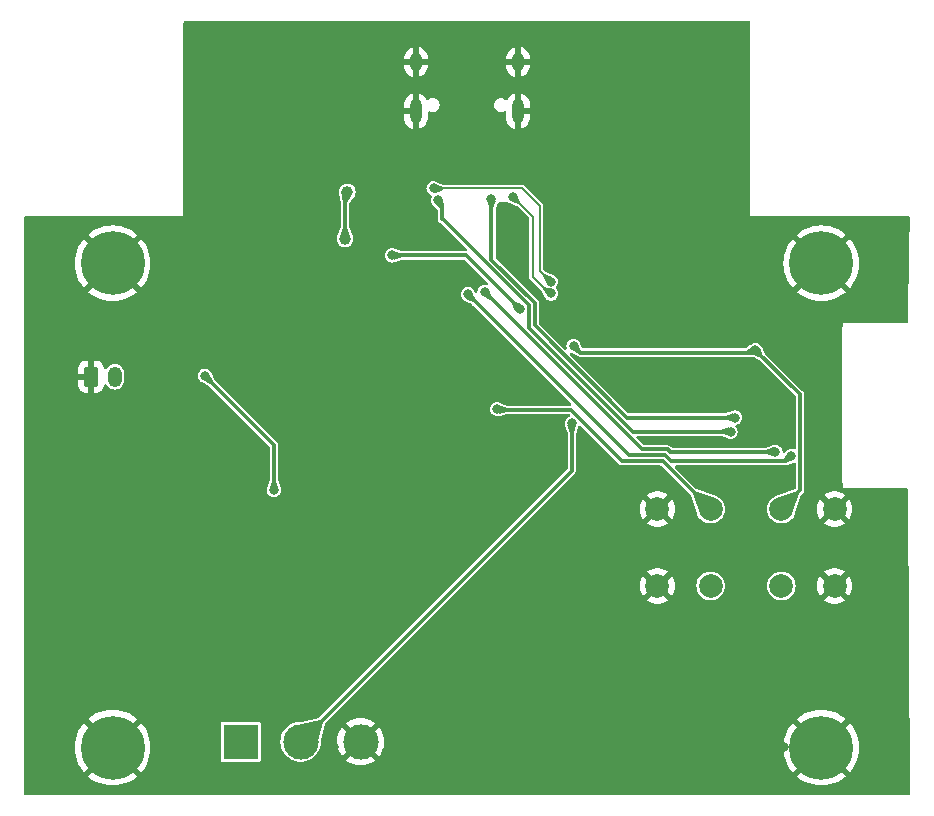
<source format=gbr>
%TF.GenerationSoftware,KiCad,Pcbnew,7.0.5*%
%TF.CreationDate,2023-06-06T12:25:19+02:00*%
%TF.ProjectId,biosensor,62696f73-656e-4736-9f72-2e6b69636164,rev?*%
%TF.SameCoordinates,Original*%
%TF.FileFunction,Copper,L2,Bot*%
%TF.FilePolarity,Positive*%
%FSLAX46Y46*%
G04 Gerber Fmt 4.6, Leading zero omitted, Abs format (unit mm)*
G04 Created by KiCad (PCBNEW 7.0.5) date 2023-06-06 12:25:19*
%MOMM*%
%LPD*%
G01*
G04 APERTURE LIST*
G04 Aperture macros list*
%AMRoundRect*
0 Rectangle with rounded corners*
0 $1 Rounding radius*
0 $2 $3 $4 $5 $6 $7 $8 $9 X,Y pos of 4 corners*
0 Add a 4 corners polygon primitive as box body*
4,1,4,$2,$3,$4,$5,$6,$7,$8,$9,$2,$3,0*
0 Add four circle primitives for the rounded corners*
1,1,$1+$1,$2,$3*
1,1,$1+$1,$4,$5*
1,1,$1+$1,$6,$7*
1,1,$1+$1,$8,$9*
0 Add four rect primitives between the rounded corners*
20,1,$1+$1,$2,$3,$4,$5,0*
20,1,$1+$1,$4,$5,$6,$7,0*
20,1,$1+$1,$6,$7,$8,$9,0*
20,1,$1+$1,$8,$9,$2,$3,0*%
G04 Aperture macros list end*
%TA.AperFunction,ComponentPad*%
%ADD10C,0.800000*%
%TD*%
%TA.AperFunction,ComponentPad*%
%ADD11C,5.400000*%
%TD*%
%TA.AperFunction,ComponentPad*%
%ADD12C,2.000000*%
%TD*%
%TA.AperFunction,ComponentPad*%
%ADD13RoundRect,0.250000X-0.350000X-0.625000X0.350000X-0.625000X0.350000X0.625000X-0.350000X0.625000X0*%
%TD*%
%TA.AperFunction,ComponentPad*%
%ADD14O,1.200000X1.750000*%
%TD*%
%TA.AperFunction,ComponentPad*%
%ADD15R,3.000000X3.000000*%
%TD*%
%TA.AperFunction,ComponentPad*%
%ADD16C,3.000000*%
%TD*%
%TA.AperFunction,ComponentPad*%
%ADD17O,1.000000X2.100000*%
%TD*%
%TA.AperFunction,ComponentPad*%
%ADD18O,1.000000X1.600000*%
%TD*%
%TA.AperFunction,ViaPad*%
%ADD19C,0.800000*%
%TD*%
%TA.AperFunction,ViaPad*%
%ADD20C,1.000000*%
%TD*%
%TA.AperFunction,Conductor*%
%ADD21C,0.300000*%
%TD*%
%TA.AperFunction,Conductor*%
%ADD22C,0.200000*%
%TD*%
G04 APERTURE END LIST*
D10*
%TO.P,H2,1,1*%
%TO.N,GND*%
X167598011Y-86944000D03*
X168191120Y-85512109D03*
X168191120Y-88375891D03*
X169623011Y-84919000D03*
D11*
X169623011Y-86944000D03*
D10*
X169623011Y-88969000D03*
X171054902Y-85512109D03*
X171054902Y-88375891D03*
X171648011Y-86944000D03*
%TD*%
D12*
%TO.P,SW3,2,2*%
%TO.N,GND*%
X170750000Y-107750000D03*
X170750000Y-114250000D03*
%TO.P,SW3,1,1*%
%TO.N,/CHIP_PU*%
X166250000Y-107750000D03*
X166250000Y-114250000D03*
%TD*%
D13*
%TO.P,J1,1,Pin_1*%
%TO.N,GND*%
X107800000Y-96550000D03*
D14*
%TO.P,J1,2,Pin_2*%
%TO.N,Net-(J1-Pin_2)*%
X109800000Y-96550000D03*
%TD*%
D10*
%TO.P,H1,1,1*%
%TO.N,GND*%
X107598011Y-86944000D03*
X108191120Y-85512109D03*
X108191120Y-88375891D03*
X109623011Y-84919000D03*
D11*
X109623011Y-86944000D03*
D10*
X109623011Y-88969000D03*
X111054902Y-85512109D03*
X111054902Y-88375891D03*
X111648011Y-86944000D03*
%TD*%
%TO.P,H4,1,1*%
%TO.N,GND*%
X107598011Y-127944000D03*
X108191120Y-126512109D03*
X108191120Y-129375891D03*
X109623011Y-125919000D03*
D11*
X109623011Y-127944000D03*
D10*
X109623011Y-129969000D03*
X111054902Y-126512109D03*
X111054902Y-129375891D03*
X111648011Y-127944000D03*
%TD*%
D15*
%TO.P,J2,1,Pin_1*%
%TO.N,+5V*%
X120463011Y-127444000D03*
D16*
%TO.P,J2,2,Pin_2*%
%TO.N,/GPIO4*%
X125543011Y-127444000D03*
%TO.P,J2,3,Pin_3*%
%TO.N,GND*%
X130623011Y-127444000D03*
%TD*%
D10*
%TO.P,H3,1,1*%
%TO.N,GND*%
X167598011Y-127944000D03*
X168191120Y-126512109D03*
X168191120Y-129375891D03*
X169623011Y-125919000D03*
D11*
X169623011Y-127944000D03*
D10*
X169623011Y-129969000D03*
X171054902Y-126512109D03*
X171054902Y-129375891D03*
X171648011Y-127944000D03*
%TD*%
D17*
%TO.P,P1,S1,SHIELD*%
%TO.N,GND*%
X143943011Y-74074000D03*
D18*
X143943011Y-69894000D03*
D17*
X135303011Y-74074000D03*
D18*
X135303011Y-69894000D03*
%TD*%
D12*
%TO.P,SW2,1,1*%
%TO.N,/GPIO9*%
X160250000Y-107750000D03*
X160250000Y-114250000D03*
%TO.P,SW2,2,2*%
%TO.N,GND*%
X155750000Y-107750000D03*
X155750000Y-114250000D03*
%TD*%
D19*
%TO.N,GND*%
X141085000Y-110145000D03*
X133465000Y-122845000D03*
X113145000Y-94905000D03*
X118225000Y-127925000D03*
X146165000Y-105065000D03*
X136005000Y-72045000D03*
X146165000Y-79665000D03*
X174105000Y-84745000D03*
X161405000Y-130465000D03*
X174105000Y-122845000D03*
X153785000Y-74585000D03*
X123305000Y-115225000D03*
X161405000Y-82205000D03*
X151245000Y-122845000D03*
X151245000Y-107605000D03*
X128385000Y-117765000D03*
X105525000Y-115225000D03*
X156325000Y-92365000D03*
X163945000Y-107605000D03*
X141085000Y-92365000D03*
X105525000Y-107605000D03*
X141085000Y-69505000D03*
D20*
X133500000Y-79600000D03*
D19*
X118225000Y-120305000D03*
X158865000Y-125385000D03*
X146304000Y-77724000D03*
X110605000Y-110145000D03*
X174105000Y-107605000D03*
X163945000Y-115225000D03*
X105525000Y-92365000D03*
X113145000Y-130465000D03*
X158865000Y-117765000D03*
X148705000Y-130465000D03*
X133465000Y-82205000D03*
X115685000Y-115225000D03*
X123305000Y-122845000D03*
X156325000Y-84745000D03*
X171565000Y-117765000D03*
X115685000Y-107605000D03*
X169025000Y-110145000D03*
X153785000Y-97445000D03*
X128385000Y-127925000D03*
X110605000Y-117765000D03*
X158865000Y-77125000D03*
X138545000Y-105065000D03*
X130925000Y-74585000D03*
X138545000Y-117765000D03*
X123305000Y-72045000D03*
X146165000Y-112685000D03*
X115685000Y-99985000D03*
X153785000Y-112685000D03*
X120765000Y-84745000D03*
X146165000Y-125385000D03*
X146165000Y-72045000D03*
X123305000Y-130465000D03*
X105525000Y-99985000D03*
X166485000Y-120305000D03*
X113145000Y-84745000D03*
X148705000Y-117765000D03*
X143625000Y-120305000D03*
X110605000Y-102525000D03*
X153785000Y-127925000D03*
X138545000Y-125385000D03*
X133465000Y-115225000D03*
X169025000Y-102525000D03*
X163945000Y-87285000D03*
X118225000Y-69505000D03*
X174105000Y-130465000D03*
X138545000Y-97445000D03*
X105525000Y-84745000D03*
X156325000Y-105065000D03*
X125845000Y-87285000D03*
X118225000Y-89825000D03*
X169025000Y-94905000D03*
X105525000Y-122845000D03*
X113145000Y-122845000D03*
X105525000Y-130465000D03*
X151245000Y-89825000D03*
X166485000Y-127925000D03*
X133465000Y-130465000D03*
X141085000Y-130465000D03*
X128385000Y-69505000D03*
X118225000Y-77125000D03*
%TO.N,+5V*%
X117440039Y-96458500D03*
X123282039Y-106161000D03*
%TO.N,/GPIO18*%
X137200000Y-81600000D03*
X161940000Y-101200000D03*
%TO.N,/GPIO19*%
X162340000Y-100000000D03*
X141700000Y-81500000D03*
%TO.N,/CHIP_PU*%
X148650500Y-93921470D03*
X164040000Y-94300000D03*
%TO.N,/GPIO9*%
X142200000Y-99300000D03*
D20*
%TO.N,VBUS*%
X129500000Y-80900000D03*
X129300000Y-84900000D03*
D19*
%TO.N,/GPIO4*%
X148500000Y-100500000D03*
%TO.N,/DTR*%
X144100000Y-90800000D03*
X133312989Y-86274800D03*
%TO.N,/USB_DN*%
X146719480Y-88491247D03*
X136800000Y-80600000D03*
%TO.N,/USB_DP*%
X146738989Y-89500000D03*
X143500000Y-81300000D03*
%TO.N,/U0RXD*%
X165740000Y-102900000D03*
X141112989Y-89374800D03*
%TO.N,/U0TXD*%
X139712989Y-89574800D03*
X167100500Y-103250000D03*
%TD*%
D21*
%TO.N,+5V*%
X123282039Y-102300500D02*
X117440039Y-96458500D01*
X123282039Y-106161000D02*
X123282039Y-102300500D01*
%TO.N,/GPIO18*%
X137560661Y-83200000D02*
X137500000Y-83200000D01*
X137500000Y-83200000D02*
X137500000Y-81900000D01*
X144850000Y-92404705D02*
X144850000Y-90489339D01*
X162000000Y-101200000D02*
X153645295Y-101200000D01*
X137500000Y-81900000D02*
X137200000Y-81600000D01*
X144850000Y-90489339D02*
X137560661Y-83200000D01*
X144850000Y-92404705D02*
X153645295Y-101200000D01*
%TO.N,/GPIO19*%
X141700000Y-86632233D02*
X141700000Y-81500000D01*
X145350000Y-90282233D02*
X141700000Y-86632233D01*
X153152401Y-100000000D02*
X145350000Y-92197599D01*
X145350000Y-92197599D02*
X145350000Y-90282233D01*
X162400000Y-100000000D02*
X153152401Y-100000000D01*
%TO.N,/CHIP_PU*%
X164040000Y-94300000D02*
X167790000Y-98050000D01*
X167850000Y-106150000D02*
X166250000Y-107750000D01*
X149229030Y-94500000D02*
X163840000Y-94500000D01*
X167850000Y-98050000D02*
X167850000Y-106150000D01*
X148650500Y-93921470D02*
X149229030Y-94500000D01*
X163840000Y-94500000D02*
X164040000Y-94300000D01*
X163900000Y-94500000D02*
X164100000Y-94300000D01*
%TO.N,/GPIO9*%
X152767161Y-103706500D02*
X148410661Y-99350000D01*
X142220000Y-99350000D02*
X142220000Y-99320000D01*
X142220000Y-99320000D02*
X142200000Y-99300000D01*
X160250000Y-107750000D02*
X156206500Y-103706500D01*
X156206500Y-103706500D02*
X152767161Y-103706500D01*
X148410661Y-99350000D02*
X142220000Y-99350000D01*
%TO.N,VBUS*%
X129300000Y-84900000D02*
X129300000Y-81100000D01*
X129300000Y-81100000D02*
X129500000Y-80900000D01*
%TO.N,/GPIO4*%
X148500000Y-104487011D02*
X125543011Y-127444000D01*
X148500000Y-100500000D02*
X148500000Y-104487011D01*
%TO.N,/DTR*%
X144100000Y-90800000D02*
X139574800Y-86274800D01*
X139574800Y-86274800D02*
X133312989Y-86274800D01*
D22*
%TO.N,/USB_DN*%
X145790989Y-87562756D02*
X146719480Y-88491247D01*
X145790989Y-82090989D02*
X145790989Y-87562756D01*
X136800000Y-80600000D02*
X144300000Y-80600000D01*
X144300000Y-80600000D02*
X145790989Y-82090989D01*
%TO.N,/USB_DP*%
X143500000Y-81300000D02*
X145200000Y-83000000D01*
X146600000Y-89500000D02*
X146738989Y-89500000D01*
X145200000Y-88100000D02*
X146600000Y-89500000D01*
X145200000Y-83000000D02*
X145200000Y-88100000D01*
D21*
%TO.N,/U0RXD*%
X165715000Y-102925000D02*
X156839214Y-102925000D01*
X165740000Y-102900000D02*
X165715000Y-102925000D01*
X156839214Y-102925000D02*
X156620714Y-102706500D01*
X156620714Y-102706500D02*
X154444689Y-102706500D01*
X154444689Y-102706500D02*
X141112989Y-89374800D01*
%TO.N,/U0TXD*%
X156413607Y-103206500D02*
X153344689Y-103206500D01*
X153344689Y-103206500D02*
X139712989Y-89574800D01*
X156907107Y-103700000D02*
X156413607Y-103206500D01*
X166650500Y-103700000D02*
X156907107Y-103700000D01*
X167100500Y-103250000D02*
X166650500Y-103700000D01*
%TD*%
%TA.AperFunction,Conductor*%
%TO.N,/USB_DN*%
G36*
X146231713Y-87857819D02*
G01*
X146800424Y-88091994D01*
X146861736Y-88117241D01*
X146868081Y-88123560D01*
X146868101Y-88132512D01*
X146722043Y-88487442D01*
X146715725Y-88493789D01*
X146715675Y-88493810D01*
X146360745Y-88639868D01*
X146351791Y-88639847D01*
X146345474Y-88633503D01*
X146285331Y-88487442D01*
X146086053Y-88003482D01*
X146086072Y-87994529D01*
X146088596Y-87990759D01*
X146218990Y-87860365D01*
X146227262Y-87856939D01*
X146231713Y-87857819D01*
G37*
%TD.AperFunction*%
%TD*%
%TA.AperFunction,Conductor*%
%TO.N,/GPIO18*%
G36*
X161785510Y-100834547D02*
G01*
X161791133Y-100840538D01*
X161939123Y-101195498D01*
X161939144Y-101204452D01*
X161939123Y-101204502D01*
X161791133Y-101559461D01*
X161784786Y-101565779D01*
X161776574Y-101566038D01*
X161147940Y-101352694D01*
X161141207Y-101346791D01*
X161140000Y-101341615D01*
X161140000Y-101058384D01*
X161143427Y-101050111D01*
X161147938Y-101047305D01*
X161776575Y-100833961D01*
X161785510Y-100834547D01*
G37*
%TD.AperFunction*%
%TD*%
%TA.AperFunction,Conductor*%
%TO.N,/USB_DP*%
G36*
X143867688Y-81151399D02*
G01*
X143874005Y-81157743D01*
X144133426Y-81787762D01*
X144133407Y-81796717D01*
X144130880Y-81800490D01*
X144000490Y-81930880D01*
X143992217Y-81934307D01*
X143987762Y-81933426D01*
X143357743Y-81674005D01*
X143351398Y-81667686D01*
X143351378Y-81658735D01*
X143497437Y-81303802D01*
X143503753Y-81297457D01*
X143858735Y-81151378D01*
X143867688Y-81151399D01*
G37*
%TD.AperFunction*%
%TD*%
%TA.AperFunction,Conductor*%
%TO.N,/GPIO18*%
G36*
X137589162Y-81599972D02*
G01*
X137597425Y-81603420D01*
X137600799Y-81610809D01*
X137649070Y-82263174D01*
X137646263Y-82271677D01*
X137638265Y-82275705D01*
X137637402Y-82275737D01*
X137354518Y-82275737D01*
X137346654Y-82272700D01*
X137336159Y-82263174D01*
X136926233Y-81891081D01*
X136922411Y-81882983D01*
X136925434Y-81874554D01*
X136925780Y-81874188D01*
X137196559Y-81602452D01*
X137204824Y-81599012D01*
X137589162Y-81599972D01*
G37*
%TD.AperFunction*%
%TD*%
%TA.AperFunction,Conductor*%
%TO.N,/CHIP_PU*%
G36*
X163764243Y-94024218D02*
G01*
X164037546Y-94296558D01*
X164040987Y-94304825D01*
X164040987Y-94304875D01*
X164040031Y-94687512D01*
X164036583Y-94695777D01*
X164028302Y-94699183D01*
X164027540Y-94699156D01*
X163312712Y-94650738D01*
X163304690Y-94646760D01*
X163301803Y-94639065D01*
X163301803Y-94355940D01*
X163305230Y-94347667D01*
X163306599Y-94346494D01*
X163363537Y-94304875D01*
X163749081Y-94023059D01*
X163757781Y-94020945D01*
X163764243Y-94024218D01*
G37*
%TD.AperFunction*%
%TD*%
%TA.AperFunction,Conductor*%
%TO.N,/U0TXD*%
G36*
X166740705Y-103100957D02*
G01*
X167097000Y-103248141D01*
X167103338Y-103254467D01*
X167103353Y-103254503D01*
X167248659Y-103607611D01*
X167248638Y-103616565D01*
X167242291Y-103622883D01*
X167241207Y-103623268D01*
X166501963Y-103845470D01*
X166493054Y-103844569D01*
X166487390Y-103837633D01*
X166486895Y-103834265D01*
X166486895Y-103552951D01*
X166488294Y-103547402D01*
X166725941Y-103106222D01*
X166732881Y-103100565D01*
X166740705Y-103100957D01*
G37*
%TD.AperFunction*%
%TD*%
%TA.AperFunction,Conductor*%
%TO.N,GND*%
G36*
X111214268Y-129181703D02*
G01*
X111152447Y-129140396D01*
X111079526Y-129125891D01*
X111030278Y-129125891D01*
X110957357Y-129140396D01*
X110874662Y-129195651D01*
X110819407Y-129278346D01*
X110800004Y-129375891D01*
X110819407Y-129473436D01*
X110860713Y-129535255D01*
X110384384Y-129058925D01*
X110494089Y-128982110D01*
X110661121Y-128815078D01*
X110737937Y-128705373D01*
X111214268Y-129181703D01*
G37*
%TD.AperFunction*%
%TA.AperFunction,Conductor*%
G36*
X108584901Y-128815078D02*
G01*
X108751933Y-128982110D01*
X108861637Y-129058925D01*
X108385309Y-129535253D01*
X108426615Y-129473436D01*
X108446018Y-129375891D01*
X108426615Y-129278346D01*
X108371360Y-129195651D01*
X108288665Y-129140396D01*
X108215744Y-129125891D01*
X108166496Y-129125891D01*
X108093575Y-129140396D01*
X108031749Y-129181706D01*
X108508084Y-128705372D01*
X108584901Y-128815078D01*
G37*
%TD.AperFunction*%
%TA.AperFunction,Conductor*%
G36*
X108861637Y-126829074D02*
G01*
X108751933Y-126905890D01*
X108584901Y-127072922D01*
X108508084Y-127182627D01*
X108031754Y-126706296D01*
X108093575Y-126747604D01*
X108166496Y-126762109D01*
X108215744Y-126762109D01*
X108288665Y-126747604D01*
X108371360Y-126692349D01*
X108426615Y-126609654D01*
X108446018Y-126512109D01*
X108426615Y-126414564D01*
X108385309Y-126352745D01*
X108861637Y-126829074D01*
G37*
%TD.AperFunction*%
%TA.AperFunction,Conductor*%
G36*
X110819407Y-126414564D02*
G01*
X110800004Y-126512109D01*
X110819407Y-126609654D01*
X110874662Y-126692349D01*
X110957357Y-126747604D01*
X111030278Y-126762109D01*
X111079526Y-126762109D01*
X111152447Y-126747604D01*
X111214263Y-126706299D01*
X110737936Y-127182626D01*
X110661121Y-127072922D01*
X110494089Y-126905890D01*
X110384382Y-126829072D01*
X110860718Y-126352736D01*
X110819407Y-126414564D01*
G37*
%TD.AperFunction*%
%TA.AperFunction,Conductor*%
G36*
X171214268Y-129181703D02*
G01*
X171152447Y-129140396D01*
X171079526Y-129125891D01*
X171030278Y-129125891D01*
X170957357Y-129140396D01*
X170874662Y-129195651D01*
X170819407Y-129278346D01*
X170800004Y-129375891D01*
X170819407Y-129473436D01*
X170860713Y-129535255D01*
X170384384Y-129058925D01*
X170494089Y-128982110D01*
X170661121Y-128815078D01*
X170737937Y-128705373D01*
X171214268Y-129181703D01*
G37*
%TD.AperFunction*%
%TA.AperFunction,Conductor*%
G36*
X168584901Y-128815078D02*
G01*
X168751933Y-128982110D01*
X168861637Y-129058925D01*
X168385309Y-129535253D01*
X168426615Y-129473436D01*
X168446018Y-129375891D01*
X168426615Y-129278346D01*
X168371360Y-129195651D01*
X168288665Y-129140396D01*
X168215744Y-129125891D01*
X168166496Y-129125891D01*
X168093575Y-129140396D01*
X168031747Y-129181707D01*
X168508083Y-128705371D01*
X168584901Y-128815078D01*
G37*
%TD.AperFunction*%
%TA.AperFunction,Conductor*%
G36*
X168861638Y-126829073D02*
G01*
X168751933Y-126905890D01*
X168584901Y-127072922D01*
X168508084Y-127182627D01*
X168031750Y-126706294D01*
X168093575Y-126747604D01*
X168166496Y-126762109D01*
X168215744Y-126762109D01*
X168288665Y-126747604D01*
X168371360Y-126692349D01*
X168426615Y-126609654D01*
X168446018Y-126512109D01*
X168426615Y-126414564D01*
X168385306Y-126352741D01*
X168861638Y-126829073D01*
G37*
%TD.AperFunction*%
%TA.AperFunction,Conductor*%
G36*
X170819407Y-126414564D02*
G01*
X170800004Y-126512109D01*
X170819407Y-126609654D01*
X170874662Y-126692349D01*
X170957357Y-126747604D01*
X171030278Y-126762109D01*
X171079526Y-126762109D01*
X171152447Y-126747604D01*
X171214264Y-126706298D01*
X170737936Y-127182626D01*
X170661121Y-127072922D01*
X170494089Y-126905890D01*
X170384383Y-126829073D01*
X170860715Y-126352741D01*
X170819407Y-126414564D01*
G37*
%TD.AperFunction*%
%TA.AperFunction,Conductor*%
G36*
X148521572Y-94532068D02*
G01*
X148995049Y-94765601D01*
X149012246Y-94775888D01*
X149017634Y-94779735D01*
X149018423Y-94780298D01*
X149020479Y-94781831D01*
X149059904Y-94812517D01*
X149059906Y-94812517D01*
X149066387Y-94816025D01*
X149072963Y-94819240D01*
X149120852Y-94833497D01*
X149123272Y-94834272D01*
X149170542Y-94850500D01*
X149170544Y-94850500D01*
X149177781Y-94851707D01*
X149185076Y-94852617D01*
X149234980Y-94850552D01*
X149237541Y-94850500D01*
X163262873Y-94850500D01*
X163295227Y-94854795D01*
X163298825Y-94855768D01*
X163855205Y-94893453D01*
X163901673Y-94905961D01*
X164373888Y-95138872D01*
X164406717Y-95162399D01*
X167463181Y-98218862D01*
X167496666Y-98280185D01*
X167499500Y-98306543D01*
X167499500Y-102579715D01*
X167479815Y-102646754D01*
X167427011Y-102692509D01*
X167357853Y-102702453D01*
X167328048Y-102694276D01*
X167257265Y-102664957D01*
X167257260Y-102664955D01*
X167100501Y-102644318D01*
X167100499Y-102644318D01*
X166943739Y-102664955D01*
X166943737Y-102664956D01*
X166797660Y-102725463D01*
X166672216Y-102821719D01*
X166571017Y-102953606D01*
X166569930Y-102952772D01*
X166525575Y-102995064D01*
X166456968Y-103008285D01*
X166392103Y-102982316D01*
X166351576Y-102925401D01*
X166345818Y-102901032D01*
X166325044Y-102743239D01*
X166325044Y-102743238D01*
X166264536Y-102597159D01*
X166168282Y-102471718D01*
X166042841Y-102375464D01*
X166036018Y-102372638D01*
X165896762Y-102314956D01*
X165896760Y-102314955D01*
X165740001Y-102294318D01*
X165739999Y-102294318D01*
X165583237Y-102314956D01*
X165539262Y-102333170D01*
X165512509Y-102340868D01*
X165503173Y-102342448D01*
X164915354Y-102566377D01*
X164871211Y-102574500D01*
X157035758Y-102574500D01*
X156968719Y-102554815D01*
X156948077Y-102538181D01*
X156903351Y-102493455D01*
X156887225Y-102473598D01*
X156882151Y-102465831D01*
X156856201Y-102445633D01*
X156850455Y-102440559D01*
X156848021Y-102438125D01*
X156831323Y-102426203D01*
X156829269Y-102424671D01*
X156803989Y-102404996D01*
X156789840Y-102393983D01*
X156789838Y-102393982D01*
X156783362Y-102390477D01*
X156776780Y-102387259D01*
X156728896Y-102373003D01*
X156726457Y-102372222D01*
X156679198Y-102355998D01*
X156671983Y-102354794D01*
X156664667Y-102353882D01*
X156615853Y-102355901D01*
X156614763Y-102355947D01*
X156612203Y-102356000D01*
X154641233Y-102356000D01*
X154574194Y-102336315D01*
X154553552Y-102319681D01*
X153996052Y-101762181D01*
X153962567Y-101700858D01*
X153967551Y-101631166D01*
X154009423Y-101575233D01*
X154074887Y-101550816D01*
X154083733Y-101550500D01*
X161070881Y-101550500D01*
X161110730Y-101557077D01*
X161710532Y-101760637D01*
X161716957Y-101761593D01*
X161746145Y-101769679D01*
X161783238Y-101785044D01*
X161861619Y-101795363D01*
X161939999Y-101805682D01*
X161940000Y-101805682D01*
X161940001Y-101805682D01*
X161992253Y-101798802D01*
X162096762Y-101785044D01*
X162242841Y-101724536D01*
X162368282Y-101628282D01*
X162464536Y-101502841D01*
X162525044Y-101356762D01*
X162545682Y-101200000D01*
X162525044Y-101043238D01*
X162464536Y-100897159D01*
X162464535Y-100897158D01*
X162464535Y-100897157D01*
X162380718Y-100787925D01*
X162355524Y-100722756D01*
X162369562Y-100654311D01*
X162418376Y-100604322D01*
X162462908Y-100589500D01*
X162496762Y-100585044D01*
X162642841Y-100524536D01*
X162768282Y-100428282D01*
X162864536Y-100302841D01*
X162925044Y-100156762D01*
X162945682Y-100000000D01*
X162938564Y-99945936D01*
X162925044Y-99843239D01*
X162925044Y-99843238D01*
X162864536Y-99697159D01*
X162768282Y-99571718D01*
X162642841Y-99475464D01*
X162597690Y-99456762D01*
X162496762Y-99414956D01*
X162496760Y-99414955D01*
X162340001Y-99394318D01*
X162339999Y-99394318D01*
X162183236Y-99414956D01*
X162145814Y-99430456D01*
X162114558Y-99438831D01*
X162110544Y-99439359D01*
X162110532Y-99439362D01*
X161510726Y-99642922D01*
X161470876Y-99649500D01*
X153348945Y-99649500D01*
X153281906Y-99629815D01*
X153261264Y-99613181D01*
X148379040Y-94730957D01*
X148345555Y-94669634D01*
X148350539Y-94599942D01*
X148392411Y-94544009D01*
X148457875Y-94519592D01*
X148521572Y-94532068D01*
G37*
%TD.AperFunction*%
%TA.AperFunction,Conductor*%
G36*
X111214268Y-88181703D02*
G01*
X111152447Y-88140396D01*
X111079526Y-88125891D01*
X111030278Y-88125891D01*
X110957357Y-88140396D01*
X110874662Y-88195651D01*
X110819407Y-88278346D01*
X110800004Y-88375891D01*
X110819407Y-88473436D01*
X110860713Y-88535255D01*
X110384384Y-88058925D01*
X110494089Y-87982110D01*
X110661121Y-87815078D01*
X110737937Y-87705373D01*
X111214268Y-88181703D01*
G37*
%TD.AperFunction*%
%TA.AperFunction,Conductor*%
G36*
X108584901Y-87815078D02*
G01*
X108751933Y-87982110D01*
X108861637Y-88058925D01*
X108385309Y-88535253D01*
X108426615Y-88473436D01*
X108446018Y-88375891D01*
X108426615Y-88278346D01*
X108371360Y-88195651D01*
X108288665Y-88140396D01*
X108215744Y-88125891D01*
X108166496Y-88125891D01*
X108093575Y-88140396D01*
X108031749Y-88181706D01*
X108508084Y-87705372D01*
X108584901Y-87815078D01*
G37*
%TD.AperFunction*%
%TA.AperFunction,Conductor*%
G36*
X108861638Y-85829073D02*
G01*
X108751933Y-85905890D01*
X108584901Y-86072922D01*
X108508084Y-86182627D01*
X108031752Y-85706295D01*
X108093575Y-85747604D01*
X108166496Y-85762109D01*
X108215744Y-85762109D01*
X108288665Y-85747604D01*
X108371360Y-85692349D01*
X108426615Y-85609654D01*
X108446018Y-85512109D01*
X108426615Y-85414564D01*
X108385307Y-85352743D01*
X108861638Y-85829073D01*
G37*
%TD.AperFunction*%
%TA.AperFunction,Conductor*%
G36*
X110819407Y-85414564D02*
G01*
X110800004Y-85512109D01*
X110819407Y-85609654D01*
X110874662Y-85692349D01*
X110957357Y-85747604D01*
X111030278Y-85762109D01*
X111079526Y-85762109D01*
X111152447Y-85747604D01*
X111214264Y-85706298D01*
X110737936Y-86182626D01*
X110661121Y-86072922D01*
X110494089Y-85905890D01*
X110384383Y-85829073D01*
X110860715Y-85352741D01*
X110819407Y-85414564D01*
G37*
%TD.AperFunction*%
%TA.AperFunction,Conductor*%
G36*
X171214268Y-88181703D02*
G01*
X171152447Y-88140396D01*
X171079526Y-88125891D01*
X171030278Y-88125891D01*
X170957357Y-88140396D01*
X170874662Y-88195651D01*
X170819407Y-88278346D01*
X170800004Y-88375891D01*
X170819407Y-88473436D01*
X170860713Y-88535255D01*
X170384384Y-88058925D01*
X170494089Y-87982110D01*
X170661121Y-87815078D01*
X170737937Y-87705373D01*
X171214268Y-88181703D01*
G37*
%TD.AperFunction*%
%TA.AperFunction,Conductor*%
G36*
X168584901Y-87815078D02*
G01*
X168751933Y-87982110D01*
X168861637Y-88058925D01*
X168385309Y-88535253D01*
X168426615Y-88473436D01*
X168446018Y-88375891D01*
X168426615Y-88278346D01*
X168371360Y-88195651D01*
X168288665Y-88140396D01*
X168215744Y-88125891D01*
X168166496Y-88125891D01*
X168093575Y-88140396D01*
X168031747Y-88181707D01*
X168508083Y-87705371D01*
X168584901Y-87815078D01*
G37*
%TD.AperFunction*%
%TA.AperFunction,Conductor*%
G36*
X168861638Y-85829073D02*
G01*
X168751933Y-85905890D01*
X168584901Y-86072922D01*
X168508084Y-86182627D01*
X168031750Y-85706294D01*
X168093575Y-85747604D01*
X168166496Y-85762109D01*
X168215744Y-85762109D01*
X168288665Y-85747604D01*
X168371360Y-85692349D01*
X168426615Y-85609654D01*
X168446018Y-85512109D01*
X168426615Y-85414564D01*
X168385305Y-85352739D01*
X168861638Y-85829073D01*
G37*
%TD.AperFunction*%
%TA.AperFunction,Conductor*%
G36*
X170819407Y-85414564D02*
G01*
X170800004Y-85512109D01*
X170819407Y-85609654D01*
X170874662Y-85692349D01*
X170957357Y-85747604D01*
X171030278Y-85762109D01*
X171079526Y-85762109D01*
X171152447Y-85747604D01*
X171214263Y-85706299D01*
X170737936Y-86182626D01*
X170661121Y-86072922D01*
X170494089Y-85905890D01*
X170384383Y-85829073D01*
X170860715Y-85352741D01*
X170819407Y-85414564D01*
G37*
%TD.AperFunction*%
%TA.AperFunction,Conductor*%
G36*
X163565550Y-66464185D02*
G01*
X163611305Y-66516989D01*
X163622511Y-66568500D01*
X163622511Y-82919467D01*
X163622427Y-82919889D01*
X163622470Y-82944001D01*
X163622555Y-82944206D01*
X163622627Y-82944382D01*
X163622629Y-82944384D01*
X163622819Y-82944462D01*
X163623011Y-82944541D01*
X163623013Y-82944539D01*
X163647627Y-82944524D01*
X163647627Y-82944528D01*
X163647771Y-82944500D01*
X176996808Y-82944500D01*
X177063847Y-82964185D01*
X177109602Y-83016989D01*
X177120796Y-83070183D01*
X177087627Y-85512109D01*
X177001168Y-91877184D01*
X176980574Y-91943950D01*
X176927154Y-91988984D01*
X176877179Y-91999500D01*
X171524760Y-91999500D01*
X171524554Y-91999459D01*
X171499998Y-91999459D01*
X171499909Y-91999496D01*
X171499619Y-91999615D01*
X171499615Y-91999618D01*
X171499459Y-91999999D01*
X171499476Y-92024616D01*
X171499471Y-92024616D01*
X171499500Y-92024759D01*
X171499500Y-92236000D01*
X171479815Y-92303039D01*
X171427011Y-92348794D01*
X171375500Y-92360000D01*
X171340000Y-92360000D01*
X171340000Y-105560000D01*
X171375500Y-105560000D01*
X171442539Y-105579685D01*
X171488294Y-105632489D01*
X171499500Y-105684000D01*
X171499500Y-105975467D01*
X171499416Y-105975889D01*
X171499459Y-106000001D01*
X171499544Y-106000206D01*
X171499616Y-106000382D01*
X171499618Y-106000384D01*
X171499808Y-106000462D01*
X171500000Y-106000541D01*
X171500002Y-106000539D01*
X171524616Y-106000524D01*
X171524616Y-106000528D01*
X171524760Y-106000500D01*
X176876089Y-106000500D01*
X176943128Y-106020185D01*
X176988883Y-106072989D01*
X177000088Y-106123912D01*
X177121917Y-131818912D01*
X177102550Y-131886044D01*
X177049964Y-131932049D01*
X176997918Y-131943500D01*
X102247511Y-131943500D01*
X102180472Y-131923815D01*
X102134717Y-131871011D01*
X102123511Y-131819500D01*
X102123511Y-127944000D01*
X106417969Y-127944000D01*
X106438121Y-128302846D01*
X106438123Y-128302858D01*
X106498325Y-128657185D01*
X106498327Y-128657194D01*
X106597823Y-129002552D01*
X106735364Y-129334609D01*
X106735366Y-129334613D01*
X106909226Y-129649189D01*
X106909229Y-129649194D01*
X107117204Y-129942306D01*
X107189854Y-130023601D01*
X107996935Y-129216519D01*
X107955625Y-129278346D01*
X107936222Y-129375891D01*
X107955625Y-129473436D01*
X108010880Y-129556131D01*
X108093575Y-129611386D01*
X108166496Y-129625891D01*
X108215744Y-129625891D01*
X108288665Y-129611386D01*
X108350482Y-129570080D01*
X107543408Y-130377155D01*
X107624704Y-130449806D01*
X107917816Y-130657781D01*
X107917821Y-130657784D01*
X108232397Y-130831644D01*
X108232401Y-130831646D01*
X108564458Y-130969187D01*
X108909816Y-131068683D01*
X108909825Y-131068685D01*
X109264152Y-131128887D01*
X109264164Y-131128889D01*
X109623011Y-131149041D01*
X109981857Y-131128889D01*
X109981869Y-131128887D01*
X110336196Y-131068685D01*
X110336205Y-131068683D01*
X110681563Y-130969187D01*
X111013620Y-130831646D01*
X111013624Y-130831644D01*
X111328200Y-130657784D01*
X111328205Y-130657781D01*
X111621317Y-130449806D01*
X111702612Y-130377155D01*
X110895536Y-129570079D01*
X110957357Y-129611386D01*
X111030278Y-129625891D01*
X111079526Y-129625891D01*
X111152447Y-129611386D01*
X111235142Y-129556131D01*
X111290397Y-129473436D01*
X111309800Y-129375891D01*
X111290397Y-129278346D01*
X111249089Y-129216524D01*
X112056166Y-130023601D01*
X112128817Y-129942306D01*
X112336792Y-129649194D01*
X112336795Y-129649189D01*
X112510655Y-129334613D01*
X112510657Y-129334609D01*
X112648198Y-129002552D01*
X112659376Y-128963752D01*
X118762511Y-128963752D01*
X118774142Y-129022229D01*
X118774143Y-129022230D01*
X118818458Y-129088552D01*
X118884780Y-129132867D01*
X118884781Y-129132868D01*
X118943258Y-129144499D01*
X118943261Y-129144500D01*
X118943263Y-129144500D01*
X121982761Y-129144500D01*
X121982762Y-129144499D01*
X121997579Y-129141552D01*
X122041240Y-129132868D01*
X122041240Y-129132867D01*
X122041242Y-129132867D01*
X122107563Y-129088552D01*
X122151878Y-129022231D01*
X122151878Y-129022229D01*
X122151879Y-129022229D01*
X122163510Y-128963752D01*
X122163511Y-128963750D01*
X122163511Y-127444004D01*
X123837743Y-127444004D01*
X123856788Y-127698154D01*
X123912900Y-127943999D01*
X123913503Y-127946637D01*
X123967137Y-128083294D01*
X124006619Y-128183890D01*
X124033547Y-128230531D01*
X124134052Y-128404612D01*
X124292961Y-128603877D01*
X124479794Y-128777232D01*
X124690377Y-128920805D01*
X124690382Y-128920807D01*
X124690383Y-128920808D01*
X124690384Y-128920809D01*
X124779549Y-128963748D01*
X124920003Y-129031387D01*
X124920004Y-129031387D01*
X124920007Y-129031389D01*
X125163553Y-129106513D01*
X125415576Y-129144500D01*
X125670446Y-129144500D01*
X125922469Y-129106513D01*
X126166015Y-129031389D01*
X126395645Y-128920805D01*
X126606228Y-128777232D01*
X126793061Y-128603877D01*
X126951970Y-128404612D01*
X127079404Y-128183888D01*
X127172519Y-127946637D01*
X127229233Y-127698157D01*
X127248279Y-127444001D01*
X128617902Y-127444001D01*
X128638311Y-127729362D01*
X128699120Y-128008895D01*
X128799102Y-128276958D01*
X128936202Y-128528038D01*
X128936207Y-128528046D01*
X129042893Y-128670561D01*
X129042894Y-128670562D01*
X129938206Y-127775250D01*
X129960351Y-127826587D01*
X130066444Y-127969094D01*
X130202541Y-128083294D01*
X130292227Y-128128335D01*
X129396447Y-129024115D01*
X129538971Y-129130807D01*
X129538972Y-129130808D01*
X129790053Y-129267908D01*
X129790052Y-129267908D01*
X130058115Y-129367890D01*
X130337648Y-129428699D01*
X130623010Y-129449109D01*
X130623012Y-129449109D01*
X130908373Y-129428699D01*
X131187906Y-129367890D01*
X131455969Y-129267908D01*
X131707058Y-129130803D01*
X131849572Y-129024116D01*
X131849573Y-129024115D01*
X130956759Y-128131300D01*
X130966420Y-128127784D01*
X131114855Y-128030157D01*
X131236775Y-127900930D01*
X131308779Y-127776215D01*
X132203126Y-128670562D01*
X132203127Y-128670561D01*
X132309814Y-128528047D01*
X132446919Y-128276958D01*
X132546901Y-128008895D01*
X132561018Y-127944000D01*
X166417969Y-127944000D01*
X166438121Y-128302846D01*
X166438123Y-128302858D01*
X166498325Y-128657185D01*
X166498327Y-128657194D01*
X166597823Y-129002552D01*
X166735364Y-129334609D01*
X166735366Y-129334613D01*
X166909226Y-129649189D01*
X166909229Y-129649194D01*
X167117204Y-129942306D01*
X167189854Y-130023601D01*
X167996936Y-129216518D01*
X167955625Y-129278346D01*
X167936222Y-129375891D01*
X167955625Y-129473436D01*
X168010880Y-129556131D01*
X168093575Y-129611386D01*
X168166496Y-129625891D01*
X168215744Y-129625891D01*
X168288665Y-129611386D01*
X168350482Y-129570080D01*
X167543408Y-130377155D01*
X167624704Y-130449806D01*
X167917816Y-130657781D01*
X167917821Y-130657784D01*
X168232397Y-130831644D01*
X168232401Y-130831646D01*
X168564458Y-130969187D01*
X168909816Y-131068683D01*
X168909825Y-131068685D01*
X169264152Y-131128887D01*
X169264164Y-131128889D01*
X169623010Y-131149041D01*
X169981857Y-131128889D01*
X169981869Y-131128887D01*
X170336196Y-131068685D01*
X170336205Y-131068683D01*
X170681563Y-130969187D01*
X171013620Y-130831646D01*
X171013624Y-130831644D01*
X171328200Y-130657784D01*
X171328205Y-130657781D01*
X171621317Y-130449806D01*
X171702612Y-130377155D01*
X170895536Y-129570079D01*
X170957357Y-129611386D01*
X171030278Y-129625891D01*
X171079526Y-129625891D01*
X171152447Y-129611386D01*
X171235142Y-129556131D01*
X171290397Y-129473436D01*
X171309800Y-129375891D01*
X171290397Y-129278346D01*
X171249089Y-129216524D01*
X172056166Y-130023601D01*
X172128817Y-129942306D01*
X172336792Y-129649194D01*
X172336795Y-129649189D01*
X172510655Y-129334613D01*
X172510657Y-129334609D01*
X172648198Y-129002552D01*
X172747694Y-128657194D01*
X172747696Y-128657185D01*
X172807898Y-128302858D01*
X172807900Y-128302846D01*
X172828052Y-127943999D01*
X172807900Y-127585153D01*
X172807898Y-127585141D01*
X172747696Y-127230814D01*
X172747694Y-127230805D01*
X172648198Y-126885447D01*
X172510657Y-126553390D01*
X172510655Y-126553386D01*
X172336795Y-126238810D01*
X172336792Y-126238805D01*
X172128817Y-125945693D01*
X172056166Y-125864397D01*
X171249091Y-126671471D01*
X171290397Y-126609654D01*
X171309800Y-126512109D01*
X171290397Y-126414564D01*
X171235142Y-126331869D01*
X171152447Y-126276614D01*
X171079526Y-126262109D01*
X171030278Y-126262109D01*
X170957357Y-126276614D01*
X170895533Y-126317922D01*
X171702613Y-125510843D01*
X171621317Y-125438193D01*
X171328205Y-125230218D01*
X171328200Y-125230215D01*
X171013624Y-125056355D01*
X171013620Y-125056353D01*
X170681563Y-124918812D01*
X170336205Y-124819316D01*
X170336196Y-124819314D01*
X169981869Y-124759112D01*
X169981857Y-124759110D01*
X169623011Y-124738958D01*
X169264164Y-124759110D01*
X169264152Y-124759112D01*
X168909825Y-124819314D01*
X168909816Y-124819316D01*
X168564458Y-124918812D01*
X168232401Y-125056353D01*
X168232397Y-125056355D01*
X167917821Y-125230215D01*
X167917816Y-125230218D01*
X167624704Y-125438194D01*
X167624696Y-125438199D01*
X167543408Y-125510842D01*
X167543408Y-125510843D01*
X168350487Y-126317922D01*
X168288665Y-126276614D01*
X168215744Y-126262109D01*
X168166496Y-126262109D01*
X168093575Y-126276614D01*
X168010880Y-126331869D01*
X167955625Y-126414564D01*
X167936222Y-126512109D01*
X167955625Y-126609654D01*
X167996934Y-126671478D01*
X167189853Y-125864397D01*
X167117210Y-125945685D01*
X167117205Y-125945693D01*
X166909229Y-126238805D01*
X166909226Y-126238810D01*
X166735366Y-126553386D01*
X166735364Y-126553390D01*
X166597823Y-126885447D01*
X166498327Y-127230805D01*
X166498325Y-127230814D01*
X166438123Y-127585141D01*
X166438121Y-127585153D01*
X166417969Y-127944000D01*
X132561018Y-127944000D01*
X132607710Y-127729362D01*
X132628120Y-127444001D01*
X132628120Y-127443998D01*
X132607710Y-127158637D01*
X132546901Y-126879104D01*
X132446919Y-126611041D01*
X132309819Y-126359961D01*
X132309818Y-126359960D01*
X132203126Y-126217436D01*
X131307814Y-127112747D01*
X131285671Y-127061413D01*
X131179578Y-126918906D01*
X131043481Y-126804706D01*
X130953793Y-126759663D01*
X131849573Y-125863883D01*
X131849572Y-125863882D01*
X131707057Y-125757196D01*
X131707049Y-125757191D01*
X131455968Y-125620091D01*
X131455969Y-125620091D01*
X131187906Y-125520109D01*
X130908373Y-125459300D01*
X130623012Y-125438891D01*
X130623010Y-125438891D01*
X130337648Y-125459300D01*
X130058115Y-125520109D01*
X129790052Y-125620091D01*
X129538972Y-125757191D01*
X129538964Y-125757196D01*
X129396448Y-125863882D01*
X129396447Y-125863883D01*
X130289263Y-126756699D01*
X130279602Y-126760216D01*
X130131167Y-126857843D01*
X130009247Y-126987070D01*
X129937243Y-127111784D01*
X129042894Y-126217436D01*
X129042893Y-126217436D01*
X128936207Y-126359953D01*
X128936202Y-126359961D01*
X128799102Y-126611041D01*
X128699120Y-126879104D01*
X128638311Y-127158637D01*
X128617902Y-127443998D01*
X128617902Y-127444001D01*
X127248279Y-127444001D01*
X127248279Y-127444000D01*
X127244096Y-127388188D01*
X127247080Y-127350376D01*
X127256365Y-127311129D01*
X127584426Y-125924409D01*
X127617411Y-125865280D01*
X139232686Y-114250005D01*
X154244859Y-114250005D01*
X154265385Y-114497729D01*
X154265387Y-114497738D01*
X154326412Y-114738717D01*
X154426266Y-114966364D01*
X154526564Y-115119882D01*
X155224070Y-114422375D01*
X155226884Y-114435915D01*
X155296442Y-114570156D01*
X155399638Y-114680652D01*
X155528819Y-114759209D01*
X155580002Y-114773549D01*
X154879942Y-115473609D01*
X154926768Y-115510055D01*
X154926770Y-115510056D01*
X155145385Y-115628364D01*
X155145396Y-115628369D01*
X155380506Y-115709083D01*
X155625707Y-115750000D01*
X155874293Y-115750000D01*
X156119493Y-115709083D01*
X156354603Y-115628369D01*
X156354614Y-115628364D01*
X156573228Y-115510057D01*
X156573231Y-115510055D01*
X156620056Y-115473609D01*
X155921568Y-114775121D01*
X156038458Y-114724349D01*
X156155739Y-114628934D01*
X156242928Y-114505415D01*
X156273354Y-114419802D01*
X156973434Y-115119882D01*
X157073731Y-114966369D01*
X157173587Y-114738717D01*
X157234612Y-114497738D01*
X157234614Y-114497729D01*
X157255141Y-114250005D01*
X157255141Y-114250000D01*
X159044356Y-114250000D01*
X159064884Y-114471535D01*
X159064885Y-114471537D01*
X159125769Y-114685523D01*
X159125775Y-114685538D01*
X159224938Y-114884683D01*
X159224943Y-114884691D01*
X159359020Y-115062238D01*
X159523437Y-115212123D01*
X159523439Y-115212125D01*
X159712595Y-115329245D01*
X159712596Y-115329245D01*
X159712599Y-115329247D01*
X159920060Y-115409618D01*
X160138757Y-115450500D01*
X160138759Y-115450500D01*
X160361241Y-115450500D01*
X160361243Y-115450500D01*
X160579940Y-115409618D01*
X160787401Y-115329247D01*
X160976562Y-115212124D01*
X161140981Y-115062236D01*
X161275058Y-114884689D01*
X161374229Y-114685528D01*
X161435115Y-114471536D01*
X161455643Y-114250000D01*
X165044356Y-114250000D01*
X165064884Y-114471535D01*
X165064885Y-114471537D01*
X165125769Y-114685523D01*
X165125775Y-114685538D01*
X165224938Y-114884683D01*
X165224943Y-114884691D01*
X165359020Y-115062238D01*
X165523437Y-115212123D01*
X165523439Y-115212125D01*
X165712595Y-115329245D01*
X165712596Y-115329245D01*
X165712599Y-115329247D01*
X165920060Y-115409618D01*
X166138757Y-115450500D01*
X166138759Y-115450500D01*
X166361241Y-115450500D01*
X166361243Y-115450500D01*
X166579940Y-115409618D01*
X166787401Y-115329247D01*
X166976562Y-115212124D01*
X167140981Y-115062236D01*
X167275058Y-114884689D01*
X167374229Y-114685528D01*
X167435115Y-114471536D01*
X167455643Y-114250005D01*
X169244859Y-114250005D01*
X169265385Y-114497729D01*
X169265387Y-114497738D01*
X169326412Y-114738717D01*
X169426266Y-114966364D01*
X169526564Y-115119882D01*
X170224070Y-114422376D01*
X170226884Y-114435915D01*
X170296442Y-114570156D01*
X170399638Y-114680652D01*
X170528819Y-114759209D01*
X170580002Y-114773549D01*
X169879942Y-115473609D01*
X169926768Y-115510055D01*
X169926770Y-115510056D01*
X170145385Y-115628364D01*
X170145396Y-115628369D01*
X170380506Y-115709083D01*
X170625707Y-115750000D01*
X170874293Y-115750000D01*
X171119493Y-115709083D01*
X171354603Y-115628369D01*
X171354614Y-115628364D01*
X171573228Y-115510057D01*
X171573231Y-115510055D01*
X171620056Y-115473609D01*
X170921568Y-114775121D01*
X171038458Y-114724349D01*
X171155739Y-114628934D01*
X171242928Y-114505415D01*
X171273354Y-114419802D01*
X171973434Y-115119882D01*
X172073731Y-114966369D01*
X172173587Y-114738717D01*
X172234612Y-114497738D01*
X172234614Y-114497729D01*
X172255141Y-114250005D01*
X172255141Y-114249994D01*
X172234614Y-114002270D01*
X172234612Y-114002261D01*
X172173587Y-113761282D01*
X172073731Y-113533630D01*
X171973434Y-113380116D01*
X171275929Y-114077622D01*
X171273116Y-114064085D01*
X171203558Y-113929844D01*
X171100362Y-113819348D01*
X170971181Y-113740791D01*
X170919997Y-113726450D01*
X171620057Y-113026390D01*
X171620056Y-113026389D01*
X171573229Y-112989943D01*
X171354614Y-112871635D01*
X171354603Y-112871630D01*
X171119493Y-112790916D01*
X170874293Y-112750000D01*
X170625707Y-112750000D01*
X170380506Y-112790916D01*
X170145396Y-112871630D01*
X170145390Y-112871632D01*
X169926761Y-112989949D01*
X169879942Y-113026388D01*
X169879942Y-113026390D01*
X170578431Y-113724878D01*
X170461542Y-113775651D01*
X170344261Y-113871066D01*
X170257072Y-113994585D01*
X170226645Y-114080196D01*
X169526563Y-113380116D01*
X169426267Y-113533632D01*
X169326412Y-113761282D01*
X169265387Y-114002261D01*
X169265385Y-114002270D01*
X169244859Y-114249994D01*
X169244859Y-114250005D01*
X167455643Y-114250005D01*
X167455643Y-114250000D01*
X167455642Y-114249994D01*
X167435115Y-114028464D01*
X167435114Y-114028462D01*
X167427659Y-114002261D01*
X167374229Y-113814472D01*
X167374224Y-113814461D01*
X167275061Y-113615316D01*
X167275056Y-113615308D01*
X167140979Y-113437761D01*
X166976562Y-113287876D01*
X166976560Y-113287874D01*
X166787404Y-113170754D01*
X166787398Y-113170752D01*
X166579940Y-113090382D01*
X166361243Y-113049500D01*
X166138757Y-113049500D01*
X165920060Y-113090382D01*
X165788864Y-113141207D01*
X165712601Y-113170752D01*
X165712595Y-113170754D01*
X165523439Y-113287874D01*
X165523437Y-113287876D01*
X165359020Y-113437761D01*
X165224943Y-113615308D01*
X165224938Y-113615316D01*
X165125775Y-113814461D01*
X165125769Y-113814476D01*
X165064885Y-114028462D01*
X165064884Y-114028464D01*
X165044356Y-114249999D01*
X165044356Y-114250000D01*
X161455643Y-114250000D01*
X161455642Y-114249994D01*
X161435115Y-114028464D01*
X161435114Y-114028462D01*
X161427659Y-114002261D01*
X161374229Y-113814472D01*
X161374224Y-113814461D01*
X161275061Y-113615316D01*
X161275056Y-113615308D01*
X161140979Y-113437761D01*
X160976562Y-113287876D01*
X160976560Y-113287874D01*
X160787404Y-113170754D01*
X160787398Y-113170752D01*
X160579940Y-113090382D01*
X160361243Y-113049500D01*
X160138757Y-113049500D01*
X159920060Y-113090382D01*
X159788864Y-113141207D01*
X159712601Y-113170752D01*
X159712595Y-113170754D01*
X159523439Y-113287874D01*
X159523437Y-113287876D01*
X159359020Y-113437761D01*
X159224943Y-113615308D01*
X159224938Y-113615316D01*
X159125775Y-113814461D01*
X159125769Y-113814476D01*
X159064885Y-114028462D01*
X159064884Y-114028464D01*
X159044356Y-114249999D01*
X159044356Y-114250000D01*
X157255141Y-114250000D01*
X157255141Y-114249994D01*
X157234614Y-114002270D01*
X157234612Y-114002261D01*
X157173587Y-113761282D01*
X157073731Y-113533630D01*
X156973434Y-113380116D01*
X156275929Y-114077622D01*
X156273116Y-114064085D01*
X156203558Y-113929844D01*
X156100362Y-113819348D01*
X155971181Y-113740791D01*
X155919997Y-113726450D01*
X156620057Y-113026390D01*
X156620056Y-113026389D01*
X156573229Y-112989943D01*
X156354614Y-112871635D01*
X156354603Y-112871630D01*
X156119493Y-112790916D01*
X155874293Y-112750000D01*
X155625707Y-112750000D01*
X155380506Y-112790916D01*
X155145396Y-112871630D01*
X155145390Y-112871632D01*
X154926761Y-112989949D01*
X154879942Y-113026388D01*
X154879942Y-113026390D01*
X155578431Y-113724878D01*
X155461542Y-113775651D01*
X155344261Y-113871066D01*
X155257072Y-113994585D01*
X155226645Y-114080196D01*
X154526563Y-113380116D01*
X154426267Y-113533632D01*
X154326412Y-113761282D01*
X154265387Y-114002261D01*
X154265385Y-114002270D01*
X154244859Y-114249994D01*
X154244859Y-114250005D01*
X139232686Y-114250005D01*
X145732686Y-107750005D01*
X154244859Y-107750005D01*
X154265385Y-107997729D01*
X154265387Y-107997738D01*
X154326412Y-108238717D01*
X154426266Y-108466364D01*
X154526564Y-108619882D01*
X155224070Y-107922375D01*
X155226884Y-107935915D01*
X155296442Y-108070156D01*
X155399638Y-108180652D01*
X155528819Y-108259209D01*
X155580002Y-108273549D01*
X154879942Y-108973609D01*
X154926768Y-109010055D01*
X154926770Y-109010056D01*
X155145385Y-109128364D01*
X155145396Y-109128369D01*
X155380506Y-109209083D01*
X155625707Y-109250000D01*
X155874293Y-109250000D01*
X156119493Y-109209083D01*
X156354603Y-109128369D01*
X156354614Y-109128364D01*
X156573228Y-109010057D01*
X156573231Y-109010055D01*
X156620056Y-108973609D01*
X155921568Y-108275121D01*
X156038458Y-108224349D01*
X156155739Y-108128934D01*
X156242928Y-108005415D01*
X156273354Y-107919802D01*
X156973434Y-108619882D01*
X157073731Y-108466369D01*
X157173587Y-108238717D01*
X157234612Y-107997738D01*
X157234614Y-107997729D01*
X157255141Y-107750005D01*
X157255141Y-107749994D01*
X157234614Y-107502270D01*
X157234612Y-107502261D01*
X157173587Y-107261282D01*
X157073731Y-107033630D01*
X156973434Y-106880116D01*
X156275929Y-107577622D01*
X156273116Y-107564085D01*
X156203558Y-107429844D01*
X156100362Y-107319348D01*
X155971181Y-107240791D01*
X155919995Y-107226449D01*
X156620056Y-106526389D01*
X156573229Y-106489943D01*
X156354614Y-106371635D01*
X156354603Y-106371630D01*
X156119493Y-106290916D01*
X155874293Y-106250000D01*
X155625707Y-106250000D01*
X155380506Y-106290916D01*
X155145396Y-106371630D01*
X155145390Y-106371632D01*
X154926761Y-106489949D01*
X154879942Y-106526388D01*
X154879941Y-106526389D01*
X155578431Y-107224878D01*
X155461542Y-107275651D01*
X155344261Y-107371066D01*
X155257072Y-107494585D01*
X155226645Y-107580197D01*
X154526564Y-106880116D01*
X154426267Y-107033632D01*
X154326412Y-107261282D01*
X154265387Y-107502261D01*
X154265385Y-107502270D01*
X154244859Y-107749994D01*
X154244859Y-107750005D01*
X145732686Y-107750005D01*
X148713046Y-104769645D01*
X148732902Y-104753522D01*
X148740669Y-104748448D01*
X148760873Y-104722488D01*
X148765941Y-104716750D01*
X148768375Y-104714318D01*
X148780333Y-104697566D01*
X148781800Y-104695600D01*
X148812517Y-104656137D01*
X148812519Y-104656129D01*
X148816006Y-104649686D01*
X148819234Y-104643083D01*
X148819239Y-104643077D01*
X148833501Y-104595166D01*
X148834259Y-104592801D01*
X148850500Y-104545499D01*
X148850500Y-104545492D01*
X148851705Y-104538272D01*
X148852617Y-104530963D01*
X148850553Y-104481062D01*
X148850500Y-104478500D01*
X148850500Y-101369122D01*
X148857078Y-101329272D01*
X148900949Y-101200001D01*
X149055792Y-100743741D01*
X149095975Y-100686588D01*
X149160682Y-100660230D01*
X149229367Y-100673039D01*
X149260893Y-100695914D01*
X152484523Y-103919544D01*
X152500650Y-103939402D01*
X152505724Y-103947169D01*
X152505726Y-103947171D01*
X152531666Y-103967360D01*
X152537429Y-103972450D01*
X152539854Y-103974875D01*
X152539856Y-103974877D01*
X152556551Y-103986797D01*
X152558606Y-103988329D01*
X152559723Y-103989198D01*
X152598035Y-104019017D01*
X152598039Y-104019018D01*
X152604507Y-104022518D01*
X152611091Y-104025737D01*
X152611094Y-104025739D01*
X152659003Y-104040002D01*
X152661405Y-104040772D01*
X152708673Y-104057000D01*
X152708675Y-104057000D01*
X152715915Y-104058208D01*
X152723207Y-104059117D01*
X152773111Y-104057052D01*
X152775672Y-104057000D01*
X156009956Y-104057000D01*
X156076995Y-104076685D01*
X156097637Y-104093319D01*
X158527683Y-106523365D01*
X158556941Y-106569799D01*
X159120628Y-108167888D01*
X159121792Y-108171544D01*
X159125769Y-108185522D01*
X159125770Y-108185524D01*
X159125771Y-108185528D01*
X159125772Y-108185530D01*
X159125774Y-108185535D01*
X159128265Y-108190538D01*
X159129908Y-108194279D01*
X159131277Y-108196972D01*
X159132789Y-108199622D01*
X159224938Y-108384683D01*
X159224943Y-108384691D01*
X159359020Y-108562238D01*
X159523437Y-108712123D01*
X159523439Y-108712125D01*
X159712595Y-108829245D01*
X159712596Y-108829245D01*
X159712599Y-108829247D01*
X159920060Y-108909618D01*
X160138757Y-108950500D01*
X160138759Y-108950500D01*
X160361241Y-108950500D01*
X160361243Y-108950500D01*
X160579940Y-108909618D01*
X160787401Y-108829247D01*
X160976562Y-108712124D01*
X161140981Y-108562236D01*
X161275058Y-108384689D01*
X161374229Y-108185528D01*
X161435115Y-107971536D01*
X161455643Y-107750000D01*
X161455642Y-107749994D01*
X161435115Y-107528464D01*
X161435114Y-107528462D01*
X161427659Y-107502261D01*
X161374229Y-107314472D01*
X161374224Y-107314461D01*
X161275061Y-107115316D01*
X161275056Y-107115308D01*
X161140979Y-106937761D01*
X160976562Y-106787876D01*
X160976560Y-106787874D01*
X160787406Y-106670756D01*
X160787405Y-106670755D01*
X160787401Y-106670753D01*
X160787396Y-106670751D01*
X160787390Y-106670748D01*
X160721219Y-106645113D01*
X160702746Y-106636132D01*
X160689408Y-106628219D01*
X160689407Y-106628218D01*
X160689406Y-106628218D01*
X159069799Y-106056941D01*
X159023365Y-106027683D01*
X157257863Y-104262181D01*
X157224378Y-104200858D01*
X157229362Y-104131166D01*
X157271234Y-104075233D01*
X157336698Y-104050816D01*
X157345544Y-104050500D01*
X166601289Y-104050500D01*
X166626734Y-104053138D01*
X166635815Y-104055043D01*
X166651505Y-104053087D01*
X166668439Y-104050977D01*
X166676115Y-104050500D01*
X166679535Y-104050500D01*
X166679540Y-104050500D01*
X166688803Y-104048954D01*
X166699778Y-104047123D01*
X166702311Y-104046753D01*
X166751893Y-104040573D01*
X166751899Y-104040569D01*
X166758951Y-104038470D01*
X166765877Y-104036092D01*
X166765881Y-104036092D01*
X166794766Y-104020459D01*
X166809829Y-104012308D01*
X166812090Y-104011143D01*
X166856984Y-103989198D01*
X166856987Y-103989194D01*
X166862953Y-103984935D01*
X166868759Y-103980417D01*
X166873859Y-103974877D01*
X166884718Y-103963080D01*
X166940253Y-103928310D01*
X167235723Y-103839498D01*
X167255232Y-103835311D01*
X167257262Y-103835044D01*
X167272151Y-103828876D01*
X167278017Y-103826785D01*
X167302786Y-103819341D01*
X167307599Y-103817764D01*
X167311069Y-103816532D01*
X167311072Y-103816529D01*
X167317240Y-103813538D01*
X167318015Y-103815137D01*
X167376611Y-103798501D01*
X167443471Y-103818785D01*
X167488751Y-103871997D01*
X167499500Y-103922496D01*
X167499500Y-105944747D01*
X167479815Y-106011786D01*
X167427011Y-106057541D01*
X167416747Y-106061686D01*
X165809212Y-106628704D01*
X165806497Y-106629706D01*
X165804600Y-106630435D01*
X165797499Y-106635045D01*
X165774779Y-106646663D01*
X165712594Y-106670754D01*
X165523439Y-106787874D01*
X165523437Y-106787876D01*
X165359020Y-106937761D01*
X165224943Y-107115308D01*
X165224938Y-107115316D01*
X165125775Y-107314461D01*
X165125769Y-107314476D01*
X165064885Y-107528462D01*
X165064884Y-107528464D01*
X165044356Y-107749999D01*
X165044356Y-107750000D01*
X165064884Y-107971535D01*
X165064885Y-107971537D01*
X165125769Y-108185523D01*
X165125775Y-108185538D01*
X165224938Y-108384683D01*
X165224943Y-108384691D01*
X165359020Y-108562238D01*
X165523437Y-108712123D01*
X165523439Y-108712125D01*
X165712595Y-108829245D01*
X165712596Y-108829245D01*
X165712599Y-108829247D01*
X165920060Y-108909618D01*
X166138757Y-108950500D01*
X166138759Y-108950500D01*
X166361241Y-108950500D01*
X166361243Y-108950500D01*
X166579940Y-108909618D01*
X166787401Y-108829247D01*
X166976562Y-108712124D01*
X167140981Y-108562236D01*
X167275058Y-108384689D01*
X167374229Y-108185528D01*
X167378216Y-108171511D01*
X167379362Y-108167910D01*
X167526768Y-107750005D01*
X169244859Y-107750005D01*
X169265385Y-107997729D01*
X169265387Y-107997738D01*
X169326412Y-108238717D01*
X169426266Y-108466364D01*
X169526564Y-108619882D01*
X170224070Y-107922376D01*
X170226884Y-107935915D01*
X170296442Y-108070156D01*
X170399638Y-108180652D01*
X170528819Y-108259209D01*
X170580002Y-108273549D01*
X169879942Y-108973609D01*
X169926768Y-109010055D01*
X169926770Y-109010056D01*
X170145385Y-109128364D01*
X170145396Y-109128369D01*
X170380506Y-109209083D01*
X170625707Y-109250000D01*
X170874293Y-109250000D01*
X171119493Y-109209083D01*
X171354603Y-109128369D01*
X171354614Y-109128364D01*
X171573228Y-109010057D01*
X171573231Y-109010055D01*
X171620056Y-108973609D01*
X170921568Y-108275121D01*
X171038458Y-108224349D01*
X171155739Y-108128934D01*
X171242928Y-108005415D01*
X171273354Y-107919802D01*
X171973434Y-108619882D01*
X172073731Y-108466369D01*
X172173587Y-108238717D01*
X172234612Y-107997738D01*
X172234614Y-107997729D01*
X172255141Y-107750005D01*
X172255141Y-107749994D01*
X172234614Y-107502270D01*
X172234612Y-107502261D01*
X172173587Y-107261282D01*
X172073731Y-107033630D01*
X171973434Y-106880116D01*
X171275929Y-107577622D01*
X171273116Y-107564085D01*
X171203558Y-107429844D01*
X171100362Y-107319348D01*
X170971181Y-107240791D01*
X170919997Y-107226450D01*
X171620057Y-106526390D01*
X171620056Y-106526389D01*
X171573229Y-106489943D01*
X171354614Y-106371635D01*
X171354603Y-106371630D01*
X171119493Y-106290916D01*
X170874293Y-106250000D01*
X170625707Y-106250000D01*
X170380506Y-106290916D01*
X170145396Y-106371630D01*
X170145390Y-106371632D01*
X169926761Y-106489949D01*
X169879942Y-106526388D01*
X169879942Y-106526390D01*
X170578431Y-107224878D01*
X170461542Y-107275651D01*
X170344261Y-107371066D01*
X170257072Y-107494585D01*
X170226645Y-107580197D01*
X169526564Y-106880116D01*
X169426267Y-107033632D01*
X169326412Y-107261282D01*
X169265387Y-107502261D01*
X169265385Y-107502270D01*
X169244859Y-107749994D01*
X169244859Y-107750005D01*
X167526768Y-107750005D01*
X167943056Y-106569798D01*
X167972312Y-106523368D01*
X168063046Y-106432634D01*
X168082902Y-106416511D01*
X168090669Y-106411437D01*
X168110873Y-106385477D01*
X168115941Y-106379739D01*
X168118376Y-106377306D01*
X168130334Y-106360555D01*
X168131799Y-106358591D01*
X168162517Y-106319126D01*
X168162519Y-106319119D01*
X168166026Y-106312638D01*
X168169241Y-106306063D01*
X168173750Y-106290916D01*
X168183506Y-106258144D01*
X168184264Y-106255777D01*
X168200500Y-106208488D01*
X168200500Y-106208481D01*
X168201706Y-106201258D01*
X168202617Y-106193951D01*
X168200553Y-106144041D01*
X168200500Y-106141478D01*
X168200500Y-98020961D01*
X168186092Y-97934619D01*
X168130418Y-97831742D01*
X168130418Y-97831741D01*
X168044357Y-97752516D01*
X168044355Y-97752515D01*
X167965684Y-97718006D01*
X167927814Y-97692132D01*
X164902399Y-94666717D01*
X164878872Y-94633887D01*
X164598688Y-94065828D01*
X164598686Y-94065825D01*
X164598685Y-94065823D01*
X164594825Y-94060613D01*
X164579901Y-94034255D01*
X164564536Y-93997159D01*
X164468282Y-93871718D01*
X164342841Y-93775464D01*
X164316876Y-93764709D01*
X164196762Y-93714956D01*
X164196760Y-93714955D01*
X164040001Y-93694318D01*
X164039999Y-93694318D01*
X163883239Y-93714955D01*
X163883237Y-93714956D01*
X163737157Y-93775464D01*
X163645965Y-93845438D01*
X163632709Y-93853475D01*
X163633055Y-93854062D01*
X163627810Y-93857156D01*
X163260549Y-94125608D01*
X163194811Y-94149277D01*
X163187375Y-94149500D01*
X149514262Y-94149500D01*
X149447223Y-94129815D01*
X149403054Y-94080351D01*
X149319022Y-93909981D01*
X149209188Y-93687298D01*
X149209186Y-93687295D01*
X149209185Y-93687293D01*
X149205325Y-93682083D01*
X149190401Y-93655725D01*
X149175036Y-93618629D01*
X149078782Y-93493188D01*
X148953341Y-93396934D01*
X148807262Y-93336426D01*
X148807260Y-93336425D01*
X148650501Y-93315788D01*
X148650499Y-93315788D01*
X148493739Y-93336425D01*
X148493737Y-93336426D01*
X148347660Y-93396933D01*
X148222218Y-93493188D01*
X148125963Y-93618630D01*
X148065456Y-93764707D01*
X148065455Y-93764709D01*
X148044818Y-93921468D01*
X148044818Y-93921471D01*
X148065455Y-94078230D01*
X148065458Y-94078238D01*
X148066705Y-94081249D01*
X148066999Y-94083992D01*
X148067560Y-94086083D01*
X148067233Y-94086170D01*
X148074172Y-94150718D01*
X148042895Y-94213196D01*
X147982806Y-94248847D01*
X147912980Y-94246351D01*
X147864462Y-94216379D01*
X145736819Y-92088736D01*
X145703334Y-92027413D01*
X145700500Y-92001055D01*
X145700500Y-90331445D01*
X145703139Y-90305998D01*
X145705043Y-90296919D01*
X145703270Y-90282697D01*
X145700977Y-90264295D01*
X145700500Y-90256619D01*
X145700500Y-90253195D01*
X145700499Y-90253187D01*
X145700494Y-90253162D01*
X145697115Y-90232913D01*
X145696753Y-90230424D01*
X145690573Y-90180844D01*
X145690573Y-90180841D01*
X145690570Y-90180836D01*
X145688477Y-90173804D01*
X145686092Y-90166857D01*
X145686092Y-90166852D01*
X145662307Y-90122902D01*
X145661139Y-90120632D01*
X145653831Y-90105682D01*
X145639199Y-90075750D01*
X145639193Y-90075744D01*
X145634924Y-90069764D01*
X145630420Y-90063977D01*
X145630418Y-90063975D01*
X145593642Y-90030120D01*
X145591820Y-90028371D01*
X142086819Y-86523370D01*
X142053334Y-86462047D01*
X142050500Y-86435689D01*
X142050500Y-82369122D01*
X142057078Y-82329272D01*
X142214929Y-81864150D01*
X142255114Y-81806993D01*
X142319821Y-81780635D01*
X142332351Y-81780000D01*
X143097026Y-81780000D01*
X143164065Y-81799685D01*
X143172512Y-81805624D01*
X143197158Y-81824535D01*
X143197161Y-81824537D01*
X143246884Y-81845133D01*
X143268103Y-81856445D01*
X143274508Y-81860706D01*
X143279499Y-81864026D01*
X143279505Y-81864029D01*
X143613365Y-82001501D01*
X143867815Y-82106274D01*
X143908282Y-82133253D01*
X144863181Y-83088151D01*
X144896666Y-83149474D01*
X144899500Y-83175832D01*
X144899500Y-88037158D01*
X144898905Y-88045732D01*
X144897227Y-88057763D01*
X144899434Y-88105509D01*
X144899500Y-88108372D01*
X144899500Y-88127845D01*
X144899993Y-88130482D01*
X144900982Y-88139015D01*
X144902415Y-88169991D01*
X144902416Y-88169997D01*
X144905214Y-88176334D01*
X144913664Y-88203620D01*
X144914937Y-88210429D01*
X144914937Y-88210430D01*
X144931260Y-88236793D01*
X144935263Y-88244386D01*
X144947794Y-88272765D01*
X144947795Y-88272766D01*
X144947796Y-88272768D01*
X144952689Y-88277661D01*
X144970435Y-88300065D01*
X144974077Y-88305948D01*
X144974080Y-88305951D01*
X144998826Y-88324639D01*
X145005311Y-88330282D01*
X145860961Y-89185932D01*
X145880958Y-89212119D01*
X146185887Y-89746055D01*
X146188768Y-89750257D01*
X146188277Y-89750592D01*
X146203098Y-89775429D01*
X146214453Y-89802841D01*
X146310707Y-89928282D01*
X146436148Y-90024536D01*
X146582227Y-90085044D01*
X146660608Y-90095362D01*
X146738988Y-90105682D01*
X146738989Y-90105682D01*
X146738990Y-90105682D01*
X146791243Y-90098802D01*
X146895751Y-90085044D01*
X147041830Y-90024536D01*
X147167271Y-89928282D01*
X147263525Y-89802841D01*
X147324033Y-89656762D01*
X147344671Y-89500000D01*
X147334408Y-89422048D01*
X147324033Y-89343239D01*
X147324033Y-89343238D01*
X147263525Y-89197159D01*
X147167271Y-89071718D01*
X147167268Y-89071715D01*
X147167266Y-89071713D01*
X147167050Y-89071497D01*
X147166925Y-89071269D01*
X147162323Y-89065271D01*
X147163258Y-89064553D01*
X147133565Y-89010174D01*
X147138549Y-88940482D01*
X147156352Y-88908333D01*
X147244016Y-88794088D01*
X147304524Y-88648009D01*
X147325162Y-88491247D01*
X147304524Y-88334485D01*
X147244016Y-88188406D01*
X147147762Y-88062965D01*
X147147760Y-88062964D01*
X147147760Y-88062963D01*
X147022321Y-87966711D01*
X147022318Y-87966709D01*
X146972594Y-87946113D01*
X146951374Y-87934799D01*
X146939980Y-87927220D01*
X146939979Y-87927220D01*
X146351664Y-87684971D01*
X146311196Y-87657992D01*
X146127808Y-87474603D01*
X146094323Y-87413280D01*
X146091489Y-87386922D01*
X146091489Y-86944000D01*
X166417969Y-86944000D01*
X166438121Y-87302846D01*
X166438123Y-87302858D01*
X166498325Y-87657185D01*
X166498327Y-87657194D01*
X166597823Y-88002552D01*
X166735364Y-88334609D01*
X166735366Y-88334613D01*
X166909226Y-88649189D01*
X166909229Y-88649194D01*
X167117204Y-88942306D01*
X167189854Y-89023601D01*
X167996936Y-88216518D01*
X167955625Y-88278346D01*
X167936222Y-88375891D01*
X167955625Y-88473436D01*
X168010880Y-88556131D01*
X168093575Y-88611386D01*
X168166496Y-88625891D01*
X168215744Y-88625891D01*
X168288665Y-88611386D01*
X168350482Y-88570080D01*
X167543408Y-89377155D01*
X167543407Y-89377155D01*
X167624704Y-89449806D01*
X167917816Y-89657781D01*
X167917821Y-89657784D01*
X168232397Y-89831644D01*
X168232401Y-89831646D01*
X168564458Y-89969187D01*
X168909816Y-90068683D01*
X168909825Y-90068685D01*
X169264152Y-90128887D01*
X169264164Y-90128889D01*
X169623010Y-90149041D01*
X169981857Y-90128889D01*
X169981869Y-90128887D01*
X170336196Y-90068685D01*
X170336205Y-90068683D01*
X170681563Y-89969187D01*
X171013620Y-89831646D01*
X171013624Y-89831644D01*
X171328200Y-89657784D01*
X171328205Y-89657781D01*
X171621317Y-89449806D01*
X171702612Y-89377155D01*
X170895536Y-88570079D01*
X170957357Y-88611386D01*
X171030278Y-88625891D01*
X171079526Y-88625891D01*
X171152447Y-88611386D01*
X171235142Y-88556131D01*
X171290397Y-88473436D01*
X171309800Y-88375891D01*
X171290397Y-88278346D01*
X171249089Y-88216524D01*
X172056166Y-89023601D01*
X172128817Y-88942306D01*
X172336792Y-88649194D01*
X172336795Y-88649189D01*
X172510655Y-88334613D01*
X172510657Y-88334609D01*
X172648198Y-88002552D01*
X172747694Y-87657194D01*
X172747696Y-87657185D01*
X172807898Y-87302858D01*
X172807900Y-87302846D01*
X172828052Y-86944000D01*
X172807900Y-86585149D01*
X172807898Y-86585141D01*
X172747696Y-86230814D01*
X172747694Y-86230805D01*
X172648198Y-85885447D01*
X172510657Y-85553390D01*
X172510655Y-85553386D01*
X172336795Y-85238810D01*
X172336792Y-85238805D01*
X172128817Y-84945693D01*
X172056166Y-84864397D01*
X171249092Y-85671470D01*
X171290397Y-85609654D01*
X171309800Y-85512109D01*
X171290397Y-85414564D01*
X171235142Y-85331869D01*
X171152447Y-85276614D01*
X171079526Y-85262109D01*
X171030278Y-85262109D01*
X170957357Y-85276614D01*
X170895533Y-85317922D01*
X171702613Y-84510843D01*
X171621317Y-84438193D01*
X171328205Y-84230218D01*
X171328200Y-84230215D01*
X171013624Y-84056355D01*
X171013620Y-84056353D01*
X170681563Y-83918812D01*
X170336205Y-83819316D01*
X170336196Y-83819314D01*
X169981869Y-83759112D01*
X169981857Y-83759110D01*
X169623010Y-83738958D01*
X169264164Y-83759110D01*
X169264152Y-83759112D01*
X168909825Y-83819314D01*
X168909816Y-83819316D01*
X168564458Y-83918812D01*
X168232401Y-84056353D01*
X168232397Y-84056355D01*
X167917821Y-84230215D01*
X167917816Y-84230218D01*
X167624704Y-84438194D01*
X167624696Y-84438199D01*
X167543408Y-84510842D01*
X168350489Y-85317923D01*
X168288665Y-85276614D01*
X168215744Y-85262109D01*
X168166496Y-85262109D01*
X168093575Y-85276614D01*
X168010880Y-85331869D01*
X167955625Y-85414564D01*
X167936222Y-85512109D01*
X167955625Y-85609654D01*
X167996934Y-85671478D01*
X167189853Y-84864397D01*
X167117210Y-84945685D01*
X167117205Y-84945693D01*
X166909229Y-85238805D01*
X166909226Y-85238810D01*
X166735366Y-85553386D01*
X166735364Y-85553390D01*
X166597823Y-85885447D01*
X166498327Y-86230805D01*
X166498325Y-86230814D01*
X166438123Y-86585141D01*
X166438122Y-86585149D01*
X166417969Y-86944000D01*
X146091489Y-86944000D01*
X146091489Y-82153828D01*
X146092084Y-82145252D01*
X146093760Y-82133229D01*
X146093762Y-82133225D01*
X146091555Y-82085480D01*
X146091489Y-82082617D01*
X146091489Y-82063148D01*
X146091488Y-82063142D01*
X146090998Y-82060522D01*
X146090005Y-82051969D01*
X146089413Y-82039160D01*
X146088574Y-82020998D01*
X146085777Y-82014665D01*
X146077321Y-81987359D01*
X146076050Y-81980556D01*
X146059727Y-81954194D01*
X146055720Y-81946591D01*
X146043196Y-81918226D01*
X146043195Y-81918225D01*
X146043195Y-81918224D01*
X146038297Y-81913326D01*
X146020552Y-81890923D01*
X146016907Y-81885036D01*
X145992161Y-81866349D01*
X145985683Y-81860712D01*
X144556922Y-80431951D01*
X144551278Y-80425465D01*
X144543956Y-80415770D01*
X144508624Y-80383560D01*
X144506573Y-80381602D01*
X144492797Y-80367826D01*
X144490586Y-80366311D01*
X144483853Y-80360978D01*
X144460933Y-80340084D01*
X144454470Y-80337580D01*
X144429192Y-80324256D01*
X144423481Y-80320344D01*
X144423478Y-80320343D01*
X144423479Y-80320343D01*
X144393302Y-80313244D01*
X144385094Y-80310703D01*
X144356173Y-80299500D01*
X144349249Y-80299500D01*
X144320858Y-80296206D01*
X144314119Y-80294621D01*
X144283409Y-80298905D01*
X144274834Y-80299500D01*
X137677900Y-80299500D01*
X137630208Y-80289962D01*
X137042908Y-80045253D01*
X137042900Y-80045251D01*
X137029471Y-80042550D01*
X137006476Y-80035548D01*
X136956762Y-80014956D01*
X136956761Y-80014955D01*
X136956759Y-80014955D01*
X136800001Y-79994318D01*
X136799999Y-79994318D01*
X136643239Y-80014955D01*
X136643237Y-80014956D01*
X136497160Y-80075463D01*
X136371718Y-80171718D01*
X136275463Y-80297160D01*
X136214956Y-80443237D01*
X136214955Y-80443239D01*
X136194318Y-80599998D01*
X136194318Y-80600001D01*
X136214955Y-80756760D01*
X136214956Y-80756762D01*
X136275464Y-80902841D01*
X136371718Y-81028282D01*
X136497159Y-81124536D01*
X136497160Y-81124536D01*
X136497161Y-81124537D01*
X136595821Y-81165403D01*
X136650225Y-81209244D01*
X136672290Y-81275538D01*
X136662930Y-81327416D01*
X136614957Y-81443234D01*
X136614955Y-81443239D01*
X136594318Y-81599998D01*
X136594318Y-81600001D01*
X136614955Y-81756760D01*
X136614956Y-81756762D01*
X136675464Y-81902842D01*
X136771717Y-82028282D01*
X136772150Y-82028614D01*
X136783589Y-82039160D01*
X136783602Y-82039147D01*
X136788113Y-82043241D01*
X136788114Y-82043243D01*
X137108842Y-82334370D01*
X137145251Y-82394003D01*
X137149500Y-82426185D01*
X137149500Y-83182937D01*
X137149288Y-83188058D01*
X137145867Y-83229344D01*
X137156037Y-83269504D01*
X137157089Y-83274519D01*
X137163907Y-83315379D01*
X137164551Y-83317254D01*
X137173798Y-83340952D01*
X137174582Y-83342737D01*
X137174583Y-83342739D01*
X137174584Y-83342741D01*
X137195702Y-83375065D01*
X137197238Y-83377416D01*
X137199861Y-83381818D01*
X137217333Y-83414103D01*
X137219582Y-83418258D01*
X137219583Y-83418259D01*
X137220806Y-83419829D01*
X137237232Y-83439222D01*
X137238560Y-83440665D01*
X137238563Y-83440669D01*
X137259700Y-83457120D01*
X137271256Y-83466115D01*
X137275161Y-83469422D01*
X137301880Y-83494019D01*
X137305645Y-83497485D01*
X137307297Y-83498563D01*
X137329120Y-83511568D01*
X137330871Y-83512515D01*
X137330874Y-83512517D01*
X137370054Y-83525967D01*
X137374819Y-83527827D01*
X137385485Y-83532505D01*
X137423361Y-83558382D01*
X139577598Y-85712619D01*
X139611083Y-85773942D01*
X139606099Y-85843634D01*
X139564227Y-85899567D01*
X139498763Y-85923984D01*
X139489917Y-85924300D01*
X134182111Y-85924300D01*
X134142261Y-85917722D01*
X133542455Y-85714161D01*
X133542448Y-85714160D01*
X133536017Y-85713202D01*
X133506840Y-85705118D01*
X133469752Y-85689756D01*
X133312990Y-85669118D01*
X133312988Y-85669118D01*
X133156228Y-85689755D01*
X133156226Y-85689756D01*
X133010149Y-85750263D01*
X132884707Y-85846518D01*
X132788452Y-85971960D01*
X132727945Y-86118037D01*
X132727944Y-86118039D01*
X132707307Y-86274798D01*
X132707307Y-86274801D01*
X132727944Y-86431560D01*
X132727945Y-86431562D01*
X132753458Y-86493157D01*
X132788453Y-86577641D01*
X132884707Y-86703082D01*
X133010148Y-86799336D01*
X133156227Y-86859844D01*
X133234607Y-86870162D01*
X133312988Y-86880482D01*
X133312989Y-86880482D01*
X133312990Y-86880482D01*
X133352179Y-86875322D01*
X133469751Y-86859844D01*
X133507177Y-86844341D01*
X133538448Y-86835964D01*
X133542456Y-86835437D01*
X133542459Y-86835436D01*
X133542460Y-86835436D01*
X134054624Y-86661619D01*
X134142258Y-86631877D01*
X134182108Y-86625300D01*
X139378256Y-86625300D01*
X139445295Y-86644985D01*
X139465937Y-86661619D01*
X141385554Y-88581236D01*
X141419039Y-88642559D01*
X141414055Y-88712251D01*
X141372183Y-88768184D01*
X141306719Y-88792601D01*
X141277935Y-88789854D01*
X141277809Y-88790817D01*
X141269751Y-88789756D01*
X141190094Y-88779269D01*
X141112990Y-88769118D01*
X141112988Y-88769118D01*
X140956228Y-88789755D01*
X140956226Y-88789756D01*
X140810149Y-88850263D01*
X140684707Y-88946518D01*
X140588452Y-89071960D01*
X140527945Y-89218037D01*
X140527945Y-89218039D01*
X140514563Y-89319681D01*
X140486296Y-89383577D01*
X140427971Y-89422048D01*
X140358107Y-89422879D01*
X140298883Y-89385807D01*
X140280417Y-89358348D01*
X140271677Y-89340628D01*
X140271674Y-89340623D01*
X140267814Y-89335413D01*
X140252890Y-89309055D01*
X140237525Y-89271959D01*
X140141271Y-89146518D01*
X140015830Y-89050264D01*
X139869751Y-88989756D01*
X139869749Y-88989755D01*
X139712990Y-88969118D01*
X139712988Y-88969118D01*
X139556228Y-88989755D01*
X139556226Y-88989756D01*
X139410149Y-89050263D01*
X139284707Y-89146518D01*
X139188452Y-89271960D01*
X139127945Y-89418037D01*
X139127944Y-89418039D01*
X139107307Y-89574798D01*
X139107307Y-89574801D01*
X139127944Y-89731560D01*
X139127945Y-89731562D01*
X139132068Y-89741517D01*
X139188453Y-89877641D01*
X139284707Y-90003082D01*
X139410148Y-90099336D01*
X139447570Y-90114836D01*
X139475608Y-90131025D01*
X139478817Y-90133488D01*
X140046881Y-90413675D01*
X140079706Y-90437199D01*
X148430326Y-98787819D01*
X148463811Y-98849142D01*
X148458827Y-98918834D01*
X148416955Y-98974767D01*
X148351491Y-98999184D01*
X148342645Y-98999500D01*
X143068719Y-98999500D01*
X143020395Y-98989696D01*
X142443935Y-98745755D01*
X142437539Y-98744450D01*
X142430329Y-98742978D01*
X142407676Y-98736045D01*
X142356765Y-98714957D01*
X142356760Y-98714955D01*
X142200001Y-98694318D01*
X142199999Y-98694318D01*
X142043239Y-98714955D01*
X142043237Y-98714956D01*
X141897160Y-98775463D01*
X141771718Y-98871718D01*
X141675463Y-98997160D01*
X141614956Y-99143237D01*
X141614955Y-99143239D01*
X141594318Y-99299998D01*
X141594318Y-99300001D01*
X141614955Y-99456760D01*
X141614956Y-99456762D01*
X141675464Y-99602841D01*
X141771718Y-99728282D01*
X141897159Y-99824536D01*
X142043238Y-99885044D01*
X142121619Y-99895363D01*
X142199999Y-99905682D01*
X142200000Y-99905682D01*
X142200001Y-99905682D01*
X142218237Y-99903280D01*
X142356762Y-99885044D01*
X142382907Y-99874213D01*
X142410366Y-99866397D01*
X142415802Y-99865508D01*
X142415809Y-99865508D01*
X143020049Y-99704671D01*
X143051938Y-99700500D01*
X148214117Y-99700500D01*
X148281156Y-99720185D01*
X148301798Y-99736819D01*
X148308673Y-99743694D01*
X148342158Y-99805017D01*
X148337174Y-99874709D01*
X148295302Y-99930642D01*
X148268445Y-99945936D01*
X148197160Y-99975463D01*
X148071718Y-100071718D01*
X147975463Y-100197160D01*
X147914956Y-100343237D01*
X147914955Y-100343239D01*
X147894318Y-100499998D01*
X147894318Y-100500001D01*
X147914955Y-100656759D01*
X147914955Y-100656761D01*
X147914956Y-100656762D01*
X147927310Y-100686588D01*
X147930455Y-100694179D01*
X147938832Y-100725443D01*
X147939361Y-100729464D01*
X147939364Y-100729475D01*
X148142922Y-101329272D01*
X148149500Y-101369122D01*
X148149500Y-104290466D01*
X148129815Y-104357505D01*
X148113181Y-104378147D01*
X127121732Y-125369595D01*
X127062598Y-125402583D01*
X125635612Y-125740169D01*
X125607065Y-125743500D01*
X125415570Y-125743500D01*
X125258620Y-125767157D01*
X125163553Y-125781487D01*
X125163549Y-125781488D01*
X125163550Y-125781488D01*
X125163544Y-125781489D01*
X124920003Y-125856612D01*
X124690384Y-125967190D01*
X124690383Y-125967191D01*
X124479793Y-126110768D01*
X124292963Y-126284121D01*
X124292961Y-126284123D01*
X124134052Y-126483388D01*
X124006619Y-126704109D01*
X123913503Y-126941362D01*
X123913501Y-126941369D01*
X123856788Y-127189845D01*
X123837743Y-127443995D01*
X123837743Y-127444004D01*
X122163511Y-127444004D01*
X122163511Y-125924249D01*
X122163510Y-125924247D01*
X122151879Y-125865770D01*
X122151878Y-125865769D01*
X122107563Y-125799447D01*
X122041241Y-125755132D01*
X122041240Y-125755131D01*
X121982763Y-125743500D01*
X121982759Y-125743500D01*
X118943263Y-125743500D01*
X118943258Y-125743500D01*
X118884781Y-125755131D01*
X118884780Y-125755132D01*
X118818458Y-125799447D01*
X118774143Y-125865769D01*
X118774142Y-125865770D01*
X118762511Y-125924247D01*
X118762511Y-128963752D01*
X112659376Y-128963752D01*
X112747694Y-128657194D01*
X112747696Y-128657185D01*
X112807898Y-128302858D01*
X112807900Y-128302846D01*
X112828052Y-127943999D01*
X112807900Y-127585153D01*
X112807898Y-127585141D01*
X112747696Y-127230814D01*
X112747694Y-127230805D01*
X112648198Y-126885447D01*
X112510657Y-126553390D01*
X112510655Y-126553386D01*
X112336795Y-126238810D01*
X112336792Y-126238805D01*
X112128817Y-125945693D01*
X112056166Y-125864397D01*
X111249092Y-126671470D01*
X111290397Y-126609654D01*
X111309800Y-126512109D01*
X111290397Y-126414564D01*
X111235142Y-126331869D01*
X111152447Y-126276614D01*
X111079526Y-126262109D01*
X111030278Y-126262109D01*
X110957357Y-126276614D01*
X110895529Y-126317925D01*
X111702612Y-125510843D01*
X111621317Y-125438193D01*
X111328205Y-125230218D01*
X111328200Y-125230215D01*
X111013624Y-125056355D01*
X111013620Y-125056353D01*
X110681563Y-124918812D01*
X110336205Y-124819316D01*
X110336196Y-124819314D01*
X109981869Y-124759112D01*
X109981857Y-124759110D01*
X109623010Y-124738958D01*
X109264164Y-124759110D01*
X109264152Y-124759112D01*
X108909825Y-124819314D01*
X108909816Y-124819316D01*
X108564458Y-124918812D01*
X108232401Y-125056353D01*
X108232397Y-125056355D01*
X107917821Y-125230215D01*
X107917816Y-125230218D01*
X107624704Y-125438194D01*
X107624696Y-125438199D01*
X107543408Y-125510842D01*
X107543407Y-125510843D01*
X108350483Y-126317919D01*
X108288665Y-126276614D01*
X108215744Y-126262109D01*
X108166496Y-126262109D01*
X108093575Y-126276614D01*
X108010880Y-126331869D01*
X107955625Y-126414564D01*
X107936222Y-126512109D01*
X107955625Y-126609654D01*
X107996932Y-126671474D01*
X107189854Y-125864396D01*
X107189853Y-125864397D01*
X107117210Y-125945685D01*
X107117205Y-125945693D01*
X106909229Y-126238805D01*
X106909226Y-126238810D01*
X106735366Y-126553386D01*
X106735364Y-126553390D01*
X106597823Y-126885447D01*
X106498327Y-127230805D01*
X106498325Y-127230814D01*
X106438123Y-127585141D01*
X106438121Y-127585153D01*
X106417969Y-127944000D01*
X102123511Y-127944000D01*
X102123511Y-96300000D01*
X106700000Y-96300000D01*
X107520440Y-96300000D01*
X107481722Y-96342059D01*
X107431449Y-96456670D01*
X107421114Y-96581395D01*
X107451837Y-96702719D01*
X107515394Y-96800000D01*
X106700001Y-96800000D01*
X106700001Y-97224986D01*
X106710494Y-97327697D01*
X106765641Y-97494119D01*
X106765643Y-97494124D01*
X106857684Y-97643345D01*
X106981654Y-97767315D01*
X107130875Y-97859356D01*
X107130880Y-97859358D01*
X107297302Y-97914505D01*
X107297309Y-97914506D01*
X107400019Y-97924999D01*
X107549999Y-97924999D01*
X107550000Y-97924998D01*
X107550000Y-96830617D01*
X107619052Y-96884363D01*
X107737424Y-96925000D01*
X107831073Y-96925000D01*
X107923446Y-96909586D01*
X108033514Y-96850019D01*
X108050000Y-96832110D01*
X108050000Y-97924999D01*
X108199972Y-97924999D01*
X108199986Y-97924998D01*
X108302697Y-97914505D01*
X108469119Y-97859358D01*
X108469124Y-97859356D01*
X108618345Y-97767315D01*
X108742315Y-97643345D01*
X108834356Y-97494124D01*
X108834358Y-97494119D01*
X108889505Y-97327697D01*
X108889506Y-97327689D01*
X108892172Y-97301600D01*
X108918567Y-97236908D01*
X108975748Y-97196756D01*
X109045559Y-97193892D01*
X109105836Y-97229225D01*
X109120523Y-97248229D01*
X109170179Y-97327256D01*
X109170184Y-97327262D01*
X109297738Y-97454816D01*
X109450478Y-97550789D01*
X109620745Y-97610368D01*
X109620750Y-97610369D01*
X109799996Y-97630565D01*
X109800000Y-97630565D01*
X109800004Y-97630565D01*
X109979249Y-97610369D01*
X109979252Y-97610368D01*
X109979255Y-97610368D01*
X110149522Y-97550789D01*
X110302262Y-97454816D01*
X110429816Y-97327262D01*
X110525789Y-97174522D01*
X110585368Y-97004255D01*
X110600500Y-96869954D01*
X110600500Y-96458501D01*
X116834357Y-96458501D01*
X116854994Y-96615260D01*
X116854995Y-96615262D01*
X116915503Y-96761341D01*
X117011757Y-96886782D01*
X117137198Y-96983036D01*
X117174620Y-96998536D01*
X117202658Y-97014725D01*
X117205867Y-97017188D01*
X117773931Y-97297375D01*
X117806756Y-97320899D01*
X122895220Y-102409363D01*
X122928705Y-102470686D01*
X122931539Y-102497044D01*
X122931539Y-105291875D01*
X122924961Y-105331725D01*
X122721403Y-105931526D01*
X122721399Y-105931542D01*
X122720443Y-105937963D01*
X122712357Y-105967150D01*
X122696995Y-106004236D01*
X122676357Y-106160998D01*
X122676357Y-106161001D01*
X122696994Y-106317760D01*
X122696995Y-106317762D01*
X122737896Y-106416507D01*
X122757503Y-106463841D01*
X122853757Y-106589282D01*
X122979198Y-106685536D01*
X123125277Y-106746044D01*
X123203657Y-106756362D01*
X123282038Y-106766682D01*
X123282039Y-106766682D01*
X123282040Y-106766682D01*
X123334293Y-106759802D01*
X123438801Y-106746044D01*
X123584880Y-106685536D01*
X123710321Y-106589282D01*
X123806575Y-106463841D01*
X123867083Y-106317762D01*
X123887721Y-106161000D01*
X123885488Y-106144041D01*
X123867083Y-106004239D01*
X123867083Y-106004238D01*
X123851582Y-105966816D01*
X123843203Y-105935536D01*
X123842676Y-105931531D01*
X123639117Y-105331726D01*
X123632539Y-105291876D01*
X123632539Y-102349711D01*
X123635178Y-102324264D01*
X123636139Y-102319681D01*
X123637082Y-102315185D01*
X123634481Y-102294318D01*
X123633016Y-102282561D01*
X123632539Y-102274885D01*
X123632539Y-102271462D01*
X123632539Y-102271460D01*
X123629159Y-102251214D01*
X123628792Y-102248688D01*
X123622612Y-102199111D01*
X123622612Y-102199108D01*
X123622609Y-102199103D01*
X123620516Y-102192072D01*
X123618132Y-102185128D01*
X123618131Y-102185119D01*
X123594351Y-102141178D01*
X123593178Y-102138898D01*
X123571238Y-102094018D01*
X123566967Y-102088038D01*
X123562459Y-102082247D01*
X123562457Y-102082242D01*
X123544603Y-102065806D01*
X123525684Y-102048389D01*
X123523835Y-102046615D01*
X118302438Y-96825217D01*
X118278911Y-96792387D01*
X118234684Y-96702719D01*
X117998727Y-96224328D01*
X117998725Y-96224325D01*
X117998724Y-96224323D01*
X117994864Y-96219113D01*
X117979940Y-96192755D01*
X117964575Y-96155659D01*
X117868321Y-96030218D01*
X117742880Y-95933964D01*
X117722388Y-95925476D01*
X117596801Y-95873456D01*
X117596799Y-95873455D01*
X117440040Y-95852818D01*
X117440038Y-95852818D01*
X117283278Y-95873455D01*
X117283276Y-95873456D01*
X117137199Y-95933963D01*
X117011757Y-96030218D01*
X116915502Y-96155660D01*
X116854995Y-96301737D01*
X116854994Y-96301739D01*
X116834357Y-96458498D01*
X116834357Y-96458501D01*
X110600500Y-96458501D01*
X110600500Y-96230046D01*
X110585368Y-96095745D01*
X110525789Y-95925478D01*
X110429816Y-95772738D01*
X110302262Y-95645184D01*
X110149523Y-95549211D01*
X109979254Y-95489631D01*
X109979249Y-95489630D01*
X109800004Y-95469435D01*
X109799996Y-95469435D01*
X109620750Y-95489630D01*
X109620745Y-95489631D01*
X109450476Y-95549211D01*
X109297737Y-95645184D01*
X109170184Y-95772737D01*
X109170182Y-95772740D01*
X109120522Y-95851772D01*
X109068187Y-95898063D01*
X108999133Y-95908710D01*
X108935285Y-95880334D01*
X108896914Y-95821944D01*
X108892171Y-95798397D01*
X108889506Y-95772303D01*
X108834358Y-95605880D01*
X108834356Y-95605875D01*
X108742315Y-95456654D01*
X108618345Y-95332684D01*
X108469124Y-95240643D01*
X108469119Y-95240641D01*
X108302697Y-95185494D01*
X108302690Y-95185493D01*
X108199986Y-95175000D01*
X108050000Y-95175000D01*
X108050000Y-96269382D01*
X107980948Y-96215637D01*
X107862576Y-96175000D01*
X107768927Y-96175000D01*
X107676554Y-96190414D01*
X107566486Y-96249981D01*
X107550000Y-96267889D01*
X107550000Y-95175000D01*
X107400027Y-95175000D01*
X107400012Y-95175001D01*
X107297302Y-95185494D01*
X107130880Y-95240641D01*
X107130875Y-95240643D01*
X106981654Y-95332684D01*
X106857684Y-95456654D01*
X106765643Y-95605875D01*
X106765641Y-95605880D01*
X106710494Y-95772302D01*
X106710493Y-95772309D01*
X106700000Y-95875013D01*
X106700000Y-96300000D01*
X102123511Y-96300000D01*
X102123511Y-86944000D01*
X106417969Y-86944000D01*
X106438121Y-87302846D01*
X106438123Y-87302858D01*
X106498325Y-87657185D01*
X106498327Y-87657194D01*
X106597823Y-88002552D01*
X106735364Y-88334609D01*
X106735366Y-88334613D01*
X106909226Y-88649189D01*
X106909229Y-88649194D01*
X107117204Y-88942306D01*
X107189854Y-89023601D01*
X107996935Y-88216519D01*
X107955625Y-88278346D01*
X107936222Y-88375891D01*
X107955625Y-88473436D01*
X108010880Y-88556131D01*
X108093575Y-88611386D01*
X108166496Y-88625891D01*
X108215744Y-88625891D01*
X108288665Y-88611386D01*
X108350482Y-88570080D01*
X107543408Y-89377155D01*
X107624704Y-89449806D01*
X107917816Y-89657781D01*
X107917821Y-89657784D01*
X108232397Y-89831644D01*
X108232401Y-89831646D01*
X108564458Y-89969187D01*
X108909816Y-90068683D01*
X108909825Y-90068685D01*
X109264152Y-90128887D01*
X109264164Y-90128889D01*
X109623010Y-90149041D01*
X109981857Y-90128889D01*
X109981869Y-90128887D01*
X110336196Y-90068685D01*
X110336205Y-90068683D01*
X110681563Y-89969187D01*
X111013620Y-89831646D01*
X111013624Y-89831644D01*
X111328200Y-89657784D01*
X111328205Y-89657781D01*
X111621317Y-89449806D01*
X111702612Y-89377155D01*
X110895536Y-88570079D01*
X110957357Y-88611386D01*
X111030278Y-88625891D01*
X111079526Y-88625891D01*
X111152447Y-88611386D01*
X111235142Y-88556131D01*
X111290397Y-88473436D01*
X111309800Y-88375891D01*
X111290397Y-88278346D01*
X111249089Y-88216524D01*
X112056166Y-89023601D01*
X112128817Y-88942306D01*
X112336792Y-88649194D01*
X112336795Y-88649189D01*
X112510655Y-88334613D01*
X112510657Y-88334609D01*
X112648198Y-88002552D01*
X112747694Y-87657194D01*
X112747696Y-87657185D01*
X112807898Y-87302858D01*
X112807900Y-87302846D01*
X112828052Y-86944000D01*
X112807900Y-86585149D01*
X112807898Y-86585141D01*
X112747696Y-86230814D01*
X112747694Y-86230805D01*
X112648198Y-85885447D01*
X112510657Y-85553390D01*
X112510655Y-85553386D01*
X112336795Y-85238810D01*
X112336792Y-85238805D01*
X112128817Y-84945693D01*
X112087983Y-84900000D01*
X128594355Y-84900000D01*
X128614859Y-85068869D01*
X128614860Y-85068874D01*
X128675182Y-85227931D01*
X128698774Y-85262109D01*
X128771817Y-85367929D01*
X128877505Y-85461560D01*
X128899150Y-85480736D01*
X129037573Y-85553386D01*
X129049775Y-85559790D01*
X129214944Y-85600500D01*
X129385056Y-85600500D01*
X129550225Y-85559790D01*
X129641073Y-85512109D01*
X129700849Y-85480736D01*
X129700850Y-85480734D01*
X129700852Y-85480734D01*
X129828183Y-85367929D01*
X129924818Y-85227930D01*
X129985140Y-85068872D01*
X130005645Y-84900000D01*
X129985140Y-84731128D01*
X129958011Y-84659596D01*
X129951781Y-84636824D01*
X129949568Y-84624068D01*
X129949568Y-84624066D01*
X129658806Y-83870309D01*
X129650499Y-83825690D01*
X129650498Y-81963761D01*
X129670184Y-81896721D01*
X129671468Y-81894763D01*
X129680714Y-81880956D01*
X130009718Y-81389671D01*
X130023547Y-81373843D01*
X130023209Y-81373543D01*
X130028178Y-81367932D01*
X130028183Y-81367929D01*
X130124818Y-81227930D01*
X130185140Y-81068872D01*
X130205645Y-80900000D01*
X130185140Y-80731128D01*
X130124818Y-80572070D01*
X130028183Y-80432071D01*
X129915659Y-80332384D01*
X129900849Y-80319263D01*
X129750226Y-80240210D01*
X129585056Y-80199500D01*
X129414944Y-80199500D01*
X129249773Y-80240210D01*
X129099150Y-80319263D01*
X128990217Y-80415770D01*
X128971953Y-80431951D01*
X128971816Y-80432072D01*
X128875182Y-80572068D01*
X128814860Y-80731125D01*
X128814859Y-80731130D01*
X128794354Y-80900000D01*
X128794355Y-80900002D01*
X128798079Y-80930678D01*
X128798426Y-80939274D01*
X128798749Y-80939256D01*
X128799098Y-80945341D01*
X128802296Y-80965725D01*
X128802593Y-80967858D01*
X128814859Y-81068869D01*
X128814859Y-81068871D01*
X128814860Y-81068872D01*
X128815939Y-81071718D01*
X128816468Y-81073111D01*
X128823025Y-81097857D01*
X128945431Y-81878114D01*
X128946110Y-81880956D01*
X128949500Y-81909754D01*
X128949500Y-83825685D01*
X128941191Y-83870313D01*
X128650430Y-84624068D01*
X128647898Y-84638105D01*
X128641811Y-84660060D01*
X128614860Y-84731126D01*
X128614859Y-84731130D01*
X128594355Y-84900000D01*
X112087983Y-84900000D01*
X112056166Y-84864397D01*
X111249091Y-85671471D01*
X111290397Y-85609654D01*
X111309800Y-85512109D01*
X111290397Y-85414564D01*
X111235142Y-85331869D01*
X111152447Y-85276614D01*
X111079526Y-85262109D01*
X111030278Y-85262109D01*
X110957357Y-85276614D01*
X110895533Y-85317922D01*
X111702613Y-84510843D01*
X111621317Y-84438193D01*
X111328205Y-84230218D01*
X111328200Y-84230215D01*
X111013624Y-84056355D01*
X111013620Y-84056353D01*
X110681563Y-83918812D01*
X110336205Y-83819316D01*
X110336196Y-83819314D01*
X109981869Y-83759112D01*
X109981857Y-83759110D01*
X109623010Y-83738958D01*
X109264164Y-83759110D01*
X109264152Y-83759112D01*
X108909825Y-83819314D01*
X108909816Y-83819316D01*
X108564458Y-83918812D01*
X108232401Y-84056353D01*
X108232397Y-84056355D01*
X107917821Y-84230215D01*
X107917816Y-84230218D01*
X107624704Y-84438194D01*
X107624696Y-84438199D01*
X107543408Y-84510842D01*
X107543407Y-84510843D01*
X108350485Y-85317921D01*
X108288665Y-85276614D01*
X108215744Y-85262109D01*
X108166496Y-85262109D01*
X108093575Y-85276614D01*
X108010880Y-85331869D01*
X107955625Y-85414564D01*
X107936222Y-85512109D01*
X107955625Y-85609654D01*
X107996933Y-85671476D01*
X107189854Y-84864397D01*
X107189853Y-84864397D01*
X107117210Y-84945685D01*
X107117205Y-84945693D01*
X106909229Y-85238805D01*
X106909226Y-85238810D01*
X106735366Y-85553386D01*
X106735364Y-85553390D01*
X106597823Y-85885447D01*
X106498327Y-86230805D01*
X106498325Y-86230814D01*
X106438123Y-86585141D01*
X106438122Y-86585149D01*
X106417969Y-86944000D01*
X102123511Y-86944000D01*
X102123511Y-83068500D01*
X102143196Y-83001461D01*
X102196000Y-82955706D01*
X102247511Y-82944500D01*
X115598251Y-82944500D01*
X115598394Y-82944528D01*
X115598395Y-82944524D01*
X115623008Y-82944539D01*
X115623011Y-82944541D01*
X115623394Y-82944383D01*
X115623511Y-82944099D01*
X115623552Y-82944000D01*
X115623551Y-82943997D01*
X115623594Y-82919889D01*
X115623511Y-82919467D01*
X115623511Y-74674713D01*
X134303011Y-74674713D01*
X134318429Y-74826338D01*
X134379310Y-75020381D01*
X134379315Y-75020391D01*
X134478016Y-75198215D01*
X134478016Y-75198216D01*
X134610489Y-75352530D01*
X134610490Y-75352531D01*
X134771315Y-75477018D01*
X134953918Y-75566589D01*
X135053011Y-75592244D01*
X135053011Y-74790110D01*
X135077468Y-74829610D01*
X135166973Y-74897201D01*
X135274851Y-74927895D01*
X135386532Y-74917546D01*
X135486933Y-74867552D01*
X135553011Y-74795069D01*
X135553011Y-75597366D01*
X135554955Y-75597069D01*
X135554956Y-75597069D01*
X135745671Y-75526436D01*
X135745675Y-75526434D01*
X135918278Y-75418850D01*
X136065679Y-75278735D01*
X136065680Y-75278733D01*
X136181867Y-75111804D01*
X136262070Y-74924907D01*
X136303011Y-74725690D01*
X136303011Y-74174384D01*
X136322696Y-74107345D01*
X136375500Y-74061590D01*
X136444658Y-74051646D01*
X136474465Y-74059823D01*
X136582775Y-74104687D01*
X136695291Y-74119500D01*
X136695298Y-74119500D01*
X136770724Y-74119500D01*
X136770731Y-74119500D01*
X136883247Y-74104687D01*
X137023244Y-74046698D01*
X137143462Y-73954451D01*
X137235709Y-73834233D01*
X137293698Y-73694236D01*
X137313477Y-73544000D01*
X141932545Y-73544000D01*
X141952323Y-73694234D01*
X141952324Y-73694236D01*
X142010313Y-73834233D01*
X142102560Y-73954451D01*
X142222778Y-74046698D01*
X142362775Y-74104687D01*
X142475291Y-74119500D01*
X142475298Y-74119500D01*
X142550724Y-74119500D01*
X142550731Y-74119500D01*
X142663247Y-74104687D01*
X142771557Y-74059823D01*
X142841028Y-74052354D01*
X142903507Y-74083629D01*
X142939159Y-74143718D01*
X142943011Y-74174384D01*
X142943011Y-74674713D01*
X142958429Y-74826338D01*
X143019310Y-75020381D01*
X143019315Y-75020391D01*
X143118016Y-75198215D01*
X143118016Y-75198216D01*
X143250489Y-75352530D01*
X143250490Y-75352531D01*
X143411315Y-75477018D01*
X143593918Y-75566589D01*
X143693011Y-75592244D01*
X143693011Y-74790110D01*
X143717468Y-74829610D01*
X143806973Y-74897201D01*
X143914851Y-74927895D01*
X144026532Y-74917546D01*
X144126933Y-74867552D01*
X144193011Y-74795069D01*
X144193011Y-75597366D01*
X144194955Y-75597069D01*
X144194956Y-75597069D01*
X144385671Y-75526436D01*
X144385675Y-75526434D01*
X144558278Y-75418850D01*
X144705679Y-75278735D01*
X144705680Y-75278733D01*
X144821867Y-75111804D01*
X144902070Y-74924907D01*
X144943011Y-74725690D01*
X144943011Y-74324000D01*
X144243011Y-74324000D01*
X144243011Y-73824000D01*
X144943011Y-73824000D01*
X144943011Y-73473286D01*
X144927592Y-73321661D01*
X144866711Y-73127618D01*
X144866706Y-73127608D01*
X144768005Y-72949784D01*
X144768005Y-72949783D01*
X144635532Y-72795469D01*
X144635531Y-72795468D01*
X144474706Y-72670981D01*
X144292104Y-72581411D01*
X144193011Y-72555753D01*
X144193011Y-73357889D01*
X144168554Y-73318390D01*
X144079049Y-73250799D01*
X143971171Y-73220105D01*
X143859490Y-73230454D01*
X143759089Y-73280448D01*
X143693011Y-73352930D01*
X143693011Y-72550633D01*
X143691064Y-72550931D01*
X143691058Y-72550933D01*
X143500353Y-72621562D01*
X143500346Y-72621565D01*
X143327743Y-72729149D01*
X143180342Y-72869264D01*
X143180341Y-72869266D01*
X143064153Y-73036197D01*
X143064151Y-73036200D01*
X143060771Y-73044078D01*
X143016243Y-73097921D01*
X142949674Y-73119142D01*
X142882200Y-73101005D01*
X142871343Y-73093556D01*
X142803244Y-73041302D01*
X142803243Y-73041301D01*
X142803241Y-73041300D01*
X142712742Y-73003814D01*
X142663247Y-72983313D01*
X142649182Y-72981461D01*
X142550738Y-72968500D01*
X142550731Y-72968500D01*
X142475291Y-72968500D01*
X142475283Y-72968500D01*
X142362775Y-72983313D01*
X142362774Y-72983313D01*
X142222781Y-73041300D01*
X142222778Y-73041301D01*
X142222778Y-73041302D01*
X142102560Y-73133549D01*
X142012591Y-73250799D01*
X142010311Y-73253770D01*
X141952324Y-73393763D01*
X141952323Y-73393765D01*
X141932545Y-73543999D01*
X141932545Y-73544000D01*
X137313477Y-73544000D01*
X137293698Y-73393764D01*
X137235709Y-73253767D01*
X137143462Y-73133549D01*
X137023244Y-73041302D01*
X137023240Y-73041300D01*
X136959812Y-73015027D01*
X136883247Y-72983313D01*
X136869182Y-72981461D01*
X136770738Y-72968500D01*
X136770731Y-72968500D01*
X136695291Y-72968500D01*
X136695283Y-72968500D01*
X136582775Y-72983313D01*
X136582774Y-72983313D01*
X136442780Y-73041300D01*
X136420832Y-73058142D01*
X136371754Y-73095800D01*
X136306586Y-73120994D01*
X136238142Y-73106956D01*
X136188152Y-73058142D01*
X136187850Y-73057602D01*
X136128005Y-72949784D01*
X136128005Y-72949783D01*
X135995532Y-72795469D01*
X135995531Y-72795468D01*
X135834706Y-72670981D01*
X135652104Y-72581411D01*
X135553011Y-72555753D01*
X135553011Y-73357889D01*
X135528554Y-73318390D01*
X135439049Y-73250799D01*
X135331171Y-73220105D01*
X135219490Y-73230454D01*
X135119089Y-73280448D01*
X135053011Y-73352930D01*
X135053011Y-72550633D01*
X135051064Y-72550931D01*
X135051058Y-72550933D01*
X134860353Y-72621562D01*
X134860346Y-72621565D01*
X134687743Y-72729149D01*
X134540342Y-72869264D01*
X134540341Y-72869266D01*
X134424154Y-73036195D01*
X134343951Y-73223092D01*
X134303011Y-73422309D01*
X134303011Y-73824000D01*
X135003011Y-73824000D01*
X135003011Y-74324000D01*
X134303011Y-74324000D01*
X134303011Y-74674713D01*
X115623511Y-74674713D01*
X115623511Y-70244713D01*
X134303011Y-70244713D01*
X134318429Y-70396338D01*
X134379310Y-70590381D01*
X134379315Y-70590391D01*
X134478016Y-70768215D01*
X134478016Y-70768216D01*
X134610489Y-70922530D01*
X134610490Y-70922531D01*
X134771315Y-71047018D01*
X134953918Y-71136589D01*
X135053011Y-71162244D01*
X135053011Y-70360110D01*
X135077468Y-70399610D01*
X135166973Y-70467201D01*
X135274851Y-70497895D01*
X135386532Y-70487546D01*
X135486933Y-70437552D01*
X135553011Y-70365069D01*
X135553011Y-71167366D01*
X135554955Y-71167069D01*
X135554956Y-71167069D01*
X135745671Y-71096436D01*
X135745675Y-71096434D01*
X135918278Y-70988850D01*
X136065679Y-70848735D01*
X136065680Y-70848733D01*
X136181867Y-70681804D01*
X136262070Y-70494907D01*
X136303011Y-70295690D01*
X136303011Y-70244713D01*
X142943011Y-70244713D01*
X142958429Y-70396338D01*
X143019310Y-70590381D01*
X143019315Y-70590391D01*
X143118016Y-70768215D01*
X143118016Y-70768216D01*
X143250489Y-70922530D01*
X143250490Y-70922531D01*
X143411315Y-71047018D01*
X143593918Y-71136589D01*
X143693011Y-71162244D01*
X143693011Y-70360110D01*
X143717468Y-70399610D01*
X143806973Y-70467201D01*
X143914851Y-70497895D01*
X144026532Y-70487546D01*
X144126933Y-70437552D01*
X144193011Y-70365069D01*
X144193011Y-71167366D01*
X144194955Y-71167069D01*
X144194956Y-71167069D01*
X144385671Y-71096436D01*
X144385675Y-71096434D01*
X144558278Y-70988850D01*
X144705679Y-70848735D01*
X144705680Y-70848733D01*
X144821867Y-70681804D01*
X144902070Y-70494907D01*
X144943011Y-70295690D01*
X144943011Y-70144000D01*
X144243011Y-70144000D01*
X144243011Y-69644000D01*
X144943011Y-69644000D01*
X144943011Y-69543286D01*
X144927592Y-69391661D01*
X144866711Y-69197618D01*
X144866706Y-69197608D01*
X144768005Y-69019784D01*
X144768005Y-69019783D01*
X144635532Y-68865469D01*
X144635531Y-68865468D01*
X144474706Y-68740981D01*
X144292104Y-68651411D01*
X144193011Y-68625753D01*
X144193011Y-69427889D01*
X144168554Y-69388390D01*
X144079049Y-69320799D01*
X143971171Y-69290105D01*
X143859490Y-69300454D01*
X143759089Y-69350448D01*
X143693011Y-69422930D01*
X143693011Y-68620633D01*
X143691064Y-68620931D01*
X143691058Y-68620933D01*
X143500353Y-68691562D01*
X143500346Y-68691565D01*
X143327743Y-68799149D01*
X143180342Y-68939264D01*
X143180341Y-68939266D01*
X143064154Y-69106195D01*
X142983951Y-69293092D01*
X142943011Y-69492309D01*
X142943011Y-69644000D01*
X143643011Y-69644000D01*
X143643011Y-70144000D01*
X142943011Y-70144000D01*
X142943011Y-70244713D01*
X136303011Y-70244713D01*
X136303011Y-70144000D01*
X135603011Y-70144000D01*
X135603011Y-69644000D01*
X136303011Y-69644000D01*
X136303011Y-69543286D01*
X136287592Y-69391661D01*
X136226711Y-69197618D01*
X136226706Y-69197608D01*
X136128005Y-69019784D01*
X136128005Y-69019783D01*
X135995532Y-68865469D01*
X135995531Y-68865468D01*
X135834706Y-68740981D01*
X135652104Y-68651411D01*
X135553011Y-68625753D01*
X135553011Y-69427889D01*
X135528554Y-69388390D01*
X135439049Y-69320799D01*
X135331171Y-69290105D01*
X135219490Y-69300454D01*
X135119089Y-69350448D01*
X135053011Y-69422930D01*
X135053011Y-68620633D01*
X135051064Y-68620931D01*
X135051058Y-68620933D01*
X134860353Y-68691562D01*
X134860346Y-68691565D01*
X134687743Y-68799149D01*
X134540342Y-68939264D01*
X134540341Y-68939266D01*
X134424154Y-69106195D01*
X134343951Y-69293092D01*
X134303011Y-69492309D01*
X134303011Y-69644000D01*
X135003011Y-69644000D01*
X135003011Y-70144000D01*
X134303011Y-70144000D01*
X134303011Y-70244713D01*
X115623511Y-70244713D01*
X115623511Y-66568500D01*
X115643196Y-66501461D01*
X115696000Y-66455706D01*
X115747511Y-66444500D01*
X163498511Y-66444500D01*
X163565550Y-66464185D01*
G37*
%TD.AperFunction*%
%TD*%
%TA.AperFunction,Conductor*%
%TO.N,/U0TXD*%
G36*
X140081385Y-89425908D02*
G01*
X140087376Y-89431531D01*
X140381030Y-90026899D01*
X140381616Y-90035835D01*
X140378810Y-90040348D01*
X140178537Y-90240621D01*
X140170264Y-90244048D01*
X140165088Y-90242841D01*
X139569720Y-89949187D01*
X139563817Y-89942454D01*
X139564076Y-89934242D01*
X139710426Y-89578602D01*
X139716742Y-89572257D01*
X140072431Y-89425887D01*
X140081385Y-89425908D01*
G37*
%TD.AperFunction*%
%TD*%
%TA.AperFunction,Conductor*%
%TO.N,+5V*%
G36*
X123431928Y-105364427D02*
G01*
X123434734Y-105368940D01*
X123648077Y-105997574D01*
X123647491Y-106006510D01*
X123641500Y-106012133D01*
X123286540Y-106160123D01*
X123277587Y-106160143D01*
X123152639Y-106108050D01*
X122922577Y-106012133D01*
X122916259Y-106005786D01*
X122916000Y-105997575D01*
X123129344Y-105368939D01*
X123135247Y-105362207D01*
X123140423Y-105361000D01*
X123423655Y-105361000D01*
X123431928Y-105364427D01*
G37*
%TD.AperFunction*%
%TD*%
%TA.AperFunction,Conductor*%
%TO.N,/GPIO19*%
G36*
X162185510Y-99634547D02*
G01*
X162191133Y-99640538D01*
X162339123Y-99995498D01*
X162339144Y-100004452D01*
X162339123Y-100004502D01*
X162191133Y-100359461D01*
X162184786Y-100365779D01*
X162176574Y-100366038D01*
X161547940Y-100152694D01*
X161541207Y-100146791D01*
X161540000Y-100141615D01*
X161540000Y-99858384D01*
X161543427Y-99850111D01*
X161547938Y-99847305D01*
X162176575Y-99633961D01*
X162185510Y-99634547D01*
G37*
%TD.AperFunction*%
%TD*%
%TA.AperFunction,Conductor*%
%TO.N,/CHIP_PU*%
G36*
X167560137Y-106232653D02*
G01*
X167563360Y-106234934D01*
X167765065Y-106436639D01*
X167768492Y-106444912D01*
X167767826Y-106448804D01*
X167177982Y-108121051D01*
X167171998Y-108127713D01*
X167163056Y-108128193D01*
X167162481Y-108127973D01*
X166253784Y-107752562D01*
X166247446Y-107746235D01*
X166247437Y-107746215D01*
X165872026Y-106837518D01*
X165872035Y-106828564D01*
X165878373Y-106822237D01*
X165878932Y-106822022D01*
X167551195Y-106232173D01*
X167560137Y-106232653D01*
G37*
%TD.AperFunction*%
%TD*%
%TA.AperFunction,Conductor*%
%TO.N,/GPIO9*%
G36*
X158948804Y-106232173D02*
G01*
X160621051Y-106822017D01*
X160627713Y-106828001D01*
X160628193Y-106836943D01*
X160627973Y-106837518D01*
X160252562Y-107746215D01*
X160246235Y-107752553D01*
X160246215Y-107752562D01*
X159337518Y-108127973D01*
X159328564Y-108127964D01*
X159322237Y-108121626D01*
X159322017Y-108121051D01*
X158732173Y-106448804D01*
X158732653Y-106439862D01*
X158734931Y-106436642D01*
X158936640Y-106234933D01*
X158944912Y-106231507D01*
X158948804Y-106232173D01*
G37*
%TD.AperFunction*%
%TD*%
%TA.AperFunction,Conductor*%
%TO.N,+5V*%
G36*
X117808435Y-96309608D02*
G01*
X117814426Y-96315231D01*
X118108080Y-96910599D01*
X118108666Y-96919535D01*
X118105860Y-96924048D01*
X117905587Y-97124321D01*
X117897314Y-97127748D01*
X117892138Y-97126541D01*
X117296770Y-96832887D01*
X117290867Y-96826154D01*
X117291126Y-96817942D01*
X117437476Y-96462302D01*
X117443792Y-96455957D01*
X117799481Y-96309587D01*
X117808435Y-96309608D01*
G37*
%TD.AperFunction*%
%TD*%
%TA.AperFunction,Conductor*%
%TO.N,/CHIP_PU*%
G36*
X149018896Y-93772578D02*
G01*
X149024887Y-93778201D01*
X149318541Y-94373569D01*
X149319127Y-94382505D01*
X149316321Y-94387018D01*
X149116048Y-94587291D01*
X149107775Y-94590718D01*
X149102599Y-94589511D01*
X148507231Y-94295857D01*
X148501328Y-94289124D01*
X148501587Y-94280912D01*
X148647937Y-93925272D01*
X148654253Y-93918927D01*
X149009942Y-93772557D01*
X149018896Y-93772578D01*
G37*
%TD.AperFunction*%
%TD*%
%TA.AperFunction,Conductor*%
%TO.N,/USB_DN*%
G36*
X136963868Y-80234945D02*
G01*
X137592800Y-80497000D01*
X137599119Y-80503345D01*
X137600000Y-80507800D01*
X137600000Y-80692199D01*
X137596573Y-80700472D01*
X137592800Y-80702999D01*
X136963870Y-80965053D01*
X136954915Y-80965072D01*
X136948571Y-80958755D01*
X136800875Y-80604499D01*
X136800855Y-80595550D01*
X136948572Y-80241242D01*
X136954918Y-80234926D01*
X136963868Y-80234945D01*
G37*
%TD.AperFunction*%
%TD*%
%TA.AperFunction,Conductor*%
%TO.N,VBUS*%
G36*
X129503408Y-80902417D02*
G01*
X129782241Y-81182039D01*
X129846776Y-81246757D01*
X129850191Y-81255035D01*
X129848211Y-81261528D01*
X129456622Y-81846268D01*
X129453476Y-81850965D01*
X129446026Y-81855933D01*
X129443755Y-81856155D01*
X129160008Y-81856155D01*
X129151735Y-81852728D01*
X129148449Y-81846268D01*
X129055465Y-81253553D01*
X129002115Y-80913483D01*
X129004219Y-80904781D01*
X129011861Y-80900113D01*
X129013641Y-80899972D01*
X129495132Y-80899009D01*
X129503408Y-80902417D01*
G37*
%TD.AperFunction*%
%TD*%
%TA.AperFunction,Conductor*%
%TO.N,/GPIO4*%
G36*
X127194141Y-125586158D02*
G01*
X127196268Y-125587841D01*
X127399169Y-125790742D01*
X127402596Y-125799015D01*
X127402282Y-125801709D01*
X127033303Y-127361391D01*
X127028063Y-127368653D01*
X127022504Y-127370382D01*
X125555224Y-127444058D01*
X125546789Y-127441051D01*
X125542952Y-127432960D01*
X125542952Y-127431801D01*
X125616627Y-125964504D01*
X125620464Y-125956414D01*
X125625616Y-125953706D01*
X127185302Y-125584728D01*
X127194141Y-125586158D01*
G37*
%TD.AperFunction*%
%TD*%
%TA.AperFunction,Conductor*%
%TO.N,/GPIO9*%
G36*
X142363847Y-98935008D02*
G01*
X142363905Y-98935032D01*
X142982914Y-99196978D01*
X142989197Y-99203358D01*
X142990054Y-99207753D01*
X142990054Y-99491007D01*
X142986627Y-99499280D01*
X142981364Y-99502313D01*
X142362949Y-99666923D01*
X142354072Y-99665740D01*
X142349140Y-99660119D01*
X142200875Y-99304499D01*
X142200855Y-99295550D01*
X142348546Y-98941304D01*
X142354893Y-98934987D01*
X142363847Y-98935008D01*
G37*
%TD.AperFunction*%
%TD*%
%TA.AperFunction,Conductor*%
%TO.N,/U0RXD*%
G36*
X141481385Y-89225908D02*
G01*
X141487376Y-89231531D01*
X141781030Y-89826899D01*
X141781616Y-89835835D01*
X141778810Y-89840348D01*
X141578537Y-90040621D01*
X141570264Y-90044048D01*
X141565088Y-90042841D01*
X140969720Y-89749187D01*
X140963817Y-89742454D01*
X140964076Y-89734242D01*
X141110426Y-89378602D01*
X141116742Y-89372257D01*
X141472431Y-89225887D01*
X141481385Y-89225908D01*
G37*
%TD.AperFunction*%
%TD*%
%TA.AperFunction,Conductor*%
%TO.N,VBUS*%
G36*
X129450246Y-83903427D02*
G01*
X129452889Y-83907489D01*
X129757838Y-84698026D01*
X129757618Y-84706978D01*
X129751419Y-84713038D01*
X129304497Y-84899127D01*
X129295543Y-84899144D01*
X129295503Y-84899127D01*
X128848580Y-84713038D01*
X128842259Y-84706694D01*
X128842161Y-84698026D01*
X129147111Y-83907489D01*
X129153286Y-83901004D01*
X129158027Y-83900000D01*
X129441973Y-83900000D01*
X129450246Y-83903427D01*
G37*
%TD.AperFunction*%
%TD*%
%TA.AperFunction,Conductor*%
%TO.N,/DTR*%
G36*
X143647900Y-90131958D02*
G01*
X144243268Y-90425612D01*
X144249171Y-90432345D01*
X144248912Y-90440557D01*
X144102563Y-90796195D01*
X144096245Y-90802542D01*
X144096195Y-90802563D01*
X143740557Y-90948912D01*
X143731603Y-90948891D01*
X143725612Y-90943268D01*
X143431958Y-90347900D01*
X143431372Y-90338964D01*
X143434176Y-90334453D01*
X143634452Y-90134177D01*
X143642724Y-90130751D01*
X143647900Y-90131958D01*
G37*
%TD.AperFunction*%
%TD*%
%TA.AperFunction,Conductor*%
%TO.N,/GPIO19*%
G36*
X142019439Y-81632180D02*
G01*
X142059461Y-81648866D01*
X142065779Y-81655213D01*
X142066038Y-81663425D01*
X141852695Y-82292060D01*
X141846792Y-82298793D01*
X141841616Y-82300000D01*
X141558384Y-82300000D01*
X141550111Y-82296573D01*
X141547305Y-82292060D01*
X141333961Y-81663425D01*
X141334547Y-81654489D01*
X141340537Y-81648866D01*
X141695500Y-81500875D01*
X141704449Y-81500855D01*
X142019439Y-81632180D01*
G37*
%TD.AperFunction*%
%TD*%
%TA.AperFunction,Conductor*%
%TO.N,/GPIO4*%
G36*
X148819439Y-100632180D02*
G01*
X148859461Y-100648866D01*
X148865779Y-100655213D01*
X148866038Y-100663425D01*
X148652695Y-101292060D01*
X148646792Y-101298793D01*
X148641616Y-101300000D01*
X148358384Y-101300000D01*
X148350111Y-101296573D01*
X148347305Y-101292060D01*
X148133961Y-100663425D01*
X148134547Y-100654489D01*
X148140537Y-100648866D01*
X148495500Y-100500875D01*
X148504449Y-100500855D01*
X148819439Y-100632180D01*
G37*
%TD.AperFunction*%
%TD*%
%TA.AperFunction,Conductor*%
%TO.N,/DTR*%
G36*
X134105049Y-86122105D02*
G01*
X134111782Y-86128008D01*
X134112989Y-86133184D01*
X134112989Y-86416415D01*
X134109562Y-86424688D01*
X134105049Y-86427494D01*
X133476414Y-86640838D01*
X133467478Y-86640252D01*
X133461855Y-86634261D01*
X133445169Y-86594239D01*
X133313864Y-86279299D01*
X133313844Y-86270350D01*
X133461855Y-85915337D01*
X133468202Y-85909020D01*
X133476413Y-85908761D01*
X134105049Y-86122105D01*
G37*
%TD.AperFunction*%
%TD*%
%TA.AperFunction,Conductor*%
%TO.N,/USB_DP*%
G36*
X146194825Y-88948612D02*
G01*
X146395944Y-89001063D01*
X146400110Y-89003100D01*
X146416639Y-89015783D01*
X146416643Y-89015784D01*
X146416647Y-89015787D01*
X146512669Y-89055560D01*
X146562718Y-89076291D01*
X146719480Y-89096929D01*
X146746494Y-89093372D01*
X146750965Y-89093650D01*
X146879095Y-89127066D01*
X146886235Y-89132469D01*
X146887463Y-89141340D01*
X146886962Y-89142839D01*
X146741552Y-89496195D01*
X146735234Y-89502542D01*
X146735184Y-89502563D01*
X146378948Y-89649159D01*
X146369994Y-89649138D01*
X146364336Y-89644141D01*
X146051352Y-89096100D01*
X146050225Y-89087217D01*
X146053237Y-89082027D01*
X146183604Y-88951660D01*
X146191876Y-88948234D01*
X146194825Y-88948612D01*
G37*
%TD.AperFunction*%
%TD*%
%TA.AperFunction,Conductor*%
%TO.N,/U0RXD*%
G36*
X165585279Y-102534743D02*
G01*
X165591291Y-102540916D01*
X165688885Y-102775000D01*
X165739123Y-102895497D01*
X165739144Y-102904451D01*
X165739123Y-102904501D01*
X165590997Y-103259789D01*
X165584650Y-103266107D01*
X165576805Y-103266484D01*
X164953280Y-103077517D01*
X164946356Y-103071838D01*
X164944973Y-103066320D01*
X164944973Y-102783063D01*
X164948400Y-102774790D01*
X164952505Y-102772130D01*
X165576329Y-102534485D01*
X165585279Y-102534743D01*
G37*
%TD.AperFunction*%
%TD*%
%TA.AperFunction,Conductor*%
%TO.N,/CHIP_PU*%
G36*
X164408396Y-94151108D02*
G01*
X164414387Y-94156731D01*
X164708041Y-94752099D01*
X164708627Y-94761035D01*
X164705821Y-94765548D01*
X164505548Y-94965821D01*
X164497275Y-94969248D01*
X164492099Y-94968041D01*
X163896731Y-94674387D01*
X163890828Y-94667654D01*
X163891087Y-94659442D01*
X164037437Y-94303802D01*
X164043753Y-94297457D01*
X164399442Y-94151087D01*
X164408396Y-94151108D01*
G37*
%TD.AperFunction*%
%TD*%
M02*

</source>
